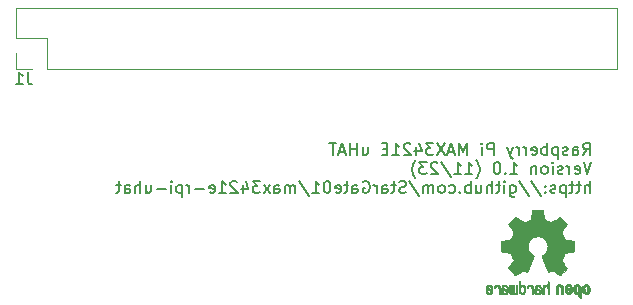
<source format=gbo>
G04 #@! TF.GenerationSoftware,KiCad,Pcbnew,7.0.7*
G04 #@! TF.CreationDate,2023-11-12T02:44:02+01:00*
G04 #@! TF.ProjectId,max3421e-rpi-uhat,6d617833-3432-4316-952d-7270692d7568,1*
G04 #@! TF.SameCoordinates,Original*
G04 #@! TF.FileFunction,Legend,Bot*
G04 #@! TF.FilePolarity,Positive*
%FSLAX46Y46*%
G04 Gerber Fmt 4.6, Leading zero omitted, Abs format (unit mm)*
G04 Created by KiCad (PCBNEW 7.0.7) date 2023-11-12 02:44:02*
%MOMM*%
%LPD*%
G01*
G04 APERTURE LIST*
%ADD10C,0.150000*%
%ADD11C,0.010000*%
%ADD12C,0.120000*%
G04 APERTURE END LIST*
D10*
X121591792Y-56399819D02*
X121925125Y-55923628D01*
X122163220Y-56399819D02*
X122163220Y-55399819D01*
X122163220Y-55399819D02*
X121782268Y-55399819D01*
X121782268Y-55399819D02*
X121687030Y-55447438D01*
X121687030Y-55447438D02*
X121639411Y-55495057D01*
X121639411Y-55495057D02*
X121591792Y-55590295D01*
X121591792Y-55590295D02*
X121591792Y-55733152D01*
X121591792Y-55733152D02*
X121639411Y-55828390D01*
X121639411Y-55828390D02*
X121687030Y-55876009D01*
X121687030Y-55876009D02*
X121782268Y-55923628D01*
X121782268Y-55923628D02*
X122163220Y-55923628D01*
X120734649Y-56399819D02*
X120734649Y-55876009D01*
X120734649Y-55876009D02*
X120782268Y-55780771D01*
X120782268Y-55780771D02*
X120877506Y-55733152D01*
X120877506Y-55733152D02*
X121067982Y-55733152D01*
X121067982Y-55733152D02*
X121163220Y-55780771D01*
X120734649Y-56352200D02*
X120829887Y-56399819D01*
X120829887Y-56399819D02*
X121067982Y-56399819D01*
X121067982Y-56399819D02*
X121163220Y-56352200D01*
X121163220Y-56352200D02*
X121210839Y-56256961D01*
X121210839Y-56256961D02*
X121210839Y-56161723D01*
X121210839Y-56161723D02*
X121163220Y-56066485D01*
X121163220Y-56066485D02*
X121067982Y-56018866D01*
X121067982Y-56018866D02*
X120829887Y-56018866D01*
X120829887Y-56018866D02*
X120734649Y-55971247D01*
X120306077Y-56352200D02*
X120210839Y-56399819D01*
X120210839Y-56399819D02*
X120020363Y-56399819D01*
X120020363Y-56399819D02*
X119925125Y-56352200D01*
X119925125Y-56352200D02*
X119877506Y-56256961D01*
X119877506Y-56256961D02*
X119877506Y-56209342D01*
X119877506Y-56209342D02*
X119925125Y-56114104D01*
X119925125Y-56114104D02*
X120020363Y-56066485D01*
X120020363Y-56066485D02*
X120163220Y-56066485D01*
X120163220Y-56066485D02*
X120258458Y-56018866D01*
X120258458Y-56018866D02*
X120306077Y-55923628D01*
X120306077Y-55923628D02*
X120306077Y-55876009D01*
X120306077Y-55876009D02*
X120258458Y-55780771D01*
X120258458Y-55780771D02*
X120163220Y-55733152D01*
X120163220Y-55733152D02*
X120020363Y-55733152D01*
X120020363Y-55733152D02*
X119925125Y-55780771D01*
X119448934Y-55733152D02*
X119448934Y-56733152D01*
X119448934Y-55780771D02*
X119353696Y-55733152D01*
X119353696Y-55733152D02*
X119163220Y-55733152D01*
X119163220Y-55733152D02*
X119067982Y-55780771D01*
X119067982Y-55780771D02*
X119020363Y-55828390D01*
X119020363Y-55828390D02*
X118972744Y-55923628D01*
X118972744Y-55923628D02*
X118972744Y-56209342D01*
X118972744Y-56209342D02*
X119020363Y-56304580D01*
X119020363Y-56304580D02*
X119067982Y-56352200D01*
X119067982Y-56352200D02*
X119163220Y-56399819D01*
X119163220Y-56399819D02*
X119353696Y-56399819D01*
X119353696Y-56399819D02*
X119448934Y-56352200D01*
X118544172Y-56399819D02*
X118544172Y-55399819D01*
X118544172Y-55780771D02*
X118448934Y-55733152D01*
X118448934Y-55733152D02*
X118258458Y-55733152D01*
X118258458Y-55733152D02*
X118163220Y-55780771D01*
X118163220Y-55780771D02*
X118115601Y-55828390D01*
X118115601Y-55828390D02*
X118067982Y-55923628D01*
X118067982Y-55923628D02*
X118067982Y-56209342D01*
X118067982Y-56209342D02*
X118115601Y-56304580D01*
X118115601Y-56304580D02*
X118163220Y-56352200D01*
X118163220Y-56352200D02*
X118258458Y-56399819D01*
X118258458Y-56399819D02*
X118448934Y-56399819D01*
X118448934Y-56399819D02*
X118544172Y-56352200D01*
X117258458Y-56352200D02*
X117353696Y-56399819D01*
X117353696Y-56399819D02*
X117544172Y-56399819D01*
X117544172Y-56399819D02*
X117639410Y-56352200D01*
X117639410Y-56352200D02*
X117687029Y-56256961D01*
X117687029Y-56256961D02*
X117687029Y-55876009D01*
X117687029Y-55876009D02*
X117639410Y-55780771D01*
X117639410Y-55780771D02*
X117544172Y-55733152D01*
X117544172Y-55733152D02*
X117353696Y-55733152D01*
X117353696Y-55733152D02*
X117258458Y-55780771D01*
X117258458Y-55780771D02*
X117210839Y-55876009D01*
X117210839Y-55876009D02*
X117210839Y-55971247D01*
X117210839Y-55971247D02*
X117687029Y-56066485D01*
X116782267Y-56399819D02*
X116782267Y-55733152D01*
X116782267Y-55923628D02*
X116734648Y-55828390D01*
X116734648Y-55828390D02*
X116687029Y-55780771D01*
X116687029Y-55780771D02*
X116591791Y-55733152D01*
X116591791Y-55733152D02*
X116496553Y-55733152D01*
X116163219Y-56399819D02*
X116163219Y-55733152D01*
X116163219Y-55923628D02*
X116115600Y-55828390D01*
X116115600Y-55828390D02*
X116067981Y-55780771D01*
X116067981Y-55780771D02*
X115972743Y-55733152D01*
X115972743Y-55733152D02*
X115877505Y-55733152D01*
X115639409Y-55733152D02*
X115401314Y-56399819D01*
X115163219Y-55733152D02*
X115401314Y-56399819D01*
X115401314Y-56399819D02*
X115496552Y-56637914D01*
X115496552Y-56637914D02*
X115544171Y-56685533D01*
X115544171Y-56685533D02*
X115639409Y-56733152D01*
X114020361Y-56399819D02*
X114020361Y-55399819D01*
X114020361Y-55399819D02*
X113639409Y-55399819D01*
X113639409Y-55399819D02*
X113544171Y-55447438D01*
X113544171Y-55447438D02*
X113496552Y-55495057D01*
X113496552Y-55495057D02*
X113448933Y-55590295D01*
X113448933Y-55590295D02*
X113448933Y-55733152D01*
X113448933Y-55733152D02*
X113496552Y-55828390D01*
X113496552Y-55828390D02*
X113544171Y-55876009D01*
X113544171Y-55876009D02*
X113639409Y-55923628D01*
X113639409Y-55923628D02*
X114020361Y-55923628D01*
X113020361Y-56399819D02*
X113020361Y-55733152D01*
X113020361Y-55399819D02*
X113067980Y-55447438D01*
X113067980Y-55447438D02*
X113020361Y-55495057D01*
X113020361Y-55495057D02*
X112972742Y-55447438D01*
X112972742Y-55447438D02*
X113020361Y-55399819D01*
X113020361Y-55399819D02*
X113020361Y-55495057D01*
X111782266Y-56399819D02*
X111782266Y-55399819D01*
X111782266Y-55399819D02*
X111448933Y-56114104D01*
X111448933Y-56114104D02*
X111115600Y-55399819D01*
X111115600Y-55399819D02*
X111115600Y-56399819D01*
X110687028Y-56114104D02*
X110210838Y-56114104D01*
X110782266Y-56399819D02*
X110448933Y-55399819D01*
X110448933Y-55399819D02*
X110115600Y-56399819D01*
X109877504Y-55399819D02*
X109210838Y-56399819D01*
X109210838Y-55399819D02*
X109877504Y-56399819D01*
X108925123Y-55399819D02*
X108306076Y-55399819D01*
X108306076Y-55399819D02*
X108639409Y-55780771D01*
X108639409Y-55780771D02*
X108496552Y-55780771D01*
X108496552Y-55780771D02*
X108401314Y-55828390D01*
X108401314Y-55828390D02*
X108353695Y-55876009D01*
X108353695Y-55876009D02*
X108306076Y-55971247D01*
X108306076Y-55971247D02*
X108306076Y-56209342D01*
X108306076Y-56209342D02*
X108353695Y-56304580D01*
X108353695Y-56304580D02*
X108401314Y-56352200D01*
X108401314Y-56352200D02*
X108496552Y-56399819D01*
X108496552Y-56399819D02*
X108782266Y-56399819D01*
X108782266Y-56399819D02*
X108877504Y-56352200D01*
X108877504Y-56352200D02*
X108925123Y-56304580D01*
X107448933Y-55733152D02*
X107448933Y-56399819D01*
X107687028Y-55352200D02*
X107925123Y-56066485D01*
X107925123Y-56066485D02*
X107306076Y-56066485D01*
X106972742Y-55495057D02*
X106925123Y-55447438D01*
X106925123Y-55447438D02*
X106829885Y-55399819D01*
X106829885Y-55399819D02*
X106591790Y-55399819D01*
X106591790Y-55399819D02*
X106496552Y-55447438D01*
X106496552Y-55447438D02*
X106448933Y-55495057D01*
X106448933Y-55495057D02*
X106401314Y-55590295D01*
X106401314Y-55590295D02*
X106401314Y-55685533D01*
X106401314Y-55685533D02*
X106448933Y-55828390D01*
X106448933Y-55828390D02*
X107020361Y-56399819D01*
X107020361Y-56399819D02*
X106401314Y-56399819D01*
X105448933Y-56399819D02*
X106020361Y-56399819D01*
X105734647Y-56399819D02*
X105734647Y-55399819D01*
X105734647Y-55399819D02*
X105829885Y-55542676D01*
X105829885Y-55542676D02*
X105925123Y-55637914D01*
X105925123Y-55637914D02*
X106020361Y-55685533D01*
X105020361Y-55876009D02*
X104687028Y-55876009D01*
X104544171Y-56399819D02*
X105020361Y-56399819D01*
X105020361Y-56399819D02*
X105020361Y-55399819D01*
X105020361Y-55399819D02*
X104544171Y-55399819D01*
X102925123Y-55733152D02*
X102925123Y-56399819D01*
X103353694Y-55733152D02*
X103353694Y-56256961D01*
X103353694Y-56256961D02*
X103306075Y-56352200D01*
X103306075Y-56352200D02*
X103210837Y-56399819D01*
X103210837Y-56399819D02*
X103067980Y-56399819D01*
X103067980Y-56399819D02*
X102972742Y-56352200D01*
X102972742Y-56352200D02*
X102925123Y-56304580D01*
X102448932Y-56399819D02*
X102448932Y-55399819D01*
X102448932Y-55876009D02*
X101877504Y-55876009D01*
X101877504Y-56399819D02*
X101877504Y-55399819D01*
X101448932Y-56114104D02*
X100972742Y-56114104D01*
X101544170Y-56399819D02*
X101210837Y-55399819D01*
X101210837Y-55399819D02*
X100877504Y-56399819D01*
X100687027Y-55399819D02*
X100115599Y-55399819D01*
X100401313Y-56399819D02*
X100401313Y-55399819D01*
X122306077Y-57009819D02*
X121972744Y-58009819D01*
X121972744Y-58009819D02*
X121639411Y-57009819D01*
X120925125Y-57962200D02*
X121020363Y-58009819D01*
X121020363Y-58009819D02*
X121210839Y-58009819D01*
X121210839Y-58009819D02*
X121306077Y-57962200D01*
X121306077Y-57962200D02*
X121353696Y-57866961D01*
X121353696Y-57866961D02*
X121353696Y-57486009D01*
X121353696Y-57486009D02*
X121306077Y-57390771D01*
X121306077Y-57390771D02*
X121210839Y-57343152D01*
X121210839Y-57343152D02*
X121020363Y-57343152D01*
X121020363Y-57343152D02*
X120925125Y-57390771D01*
X120925125Y-57390771D02*
X120877506Y-57486009D01*
X120877506Y-57486009D02*
X120877506Y-57581247D01*
X120877506Y-57581247D02*
X121353696Y-57676485D01*
X120448934Y-58009819D02*
X120448934Y-57343152D01*
X120448934Y-57533628D02*
X120401315Y-57438390D01*
X120401315Y-57438390D02*
X120353696Y-57390771D01*
X120353696Y-57390771D02*
X120258458Y-57343152D01*
X120258458Y-57343152D02*
X120163220Y-57343152D01*
X119877505Y-57962200D02*
X119782267Y-58009819D01*
X119782267Y-58009819D02*
X119591791Y-58009819D01*
X119591791Y-58009819D02*
X119496553Y-57962200D01*
X119496553Y-57962200D02*
X119448934Y-57866961D01*
X119448934Y-57866961D02*
X119448934Y-57819342D01*
X119448934Y-57819342D02*
X119496553Y-57724104D01*
X119496553Y-57724104D02*
X119591791Y-57676485D01*
X119591791Y-57676485D02*
X119734648Y-57676485D01*
X119734648Y-57676485D02*
X119829886Y-57628866D01*
X119829886Y-57628866D02*
X119877505Y-57533628D01*
X119877505Y-57533628D02*
X119877505Y-57486009D01*
X119877505Y-57486009D02*
X119829886Y-57390771D01*
X119829886Y-57390771D02*
X119734648Y-57343152D01*
X119734648Y-57343152D02*
X119591791Y-57343152D01*
X119591791Y-57343152D02*
X119496553Y-57390771D01*
X119020362Y-58009819D02*
X119020362Y-57343152D01*
X119020362Y-57009819D02*
X119067981Y-57057438D01*
X119067981Y-57057438D02*
X119020362Y-57105057D01*
X119020362Y-57105057D02*
X118972743Y-57057438D01*
X118972743Y-57057438D02*
X119020362Y-57009819D01*
X119020362Y-57009819D02*
X119020362Y-57105057D01*
X118401315Y-58009819D02*
X118496553Y-57962200D01*
X118496553Y-57962200D02*
X118544172Y-57914580D01*
X118544172Y-57914580D02*
X118591791Y-57819342D01*
X118591791Y-57819342D02*
X118591791Y-57533628D01*
X118591791Y-57533628D02*
X118544172Y-57438390D01*
X118544172Y-57438390D02*
X118496553Y-57390771D01*
X118496553Y-57390771D02*
X118401315Y-57343152D01*
X118401315Y-57343152D02*
X118258458Y-57343152D01*
X118258458Y-57343152D02*
X118163220Y-57390771D01*
X118163220Y-57390771D02*
X118115601Y-57438390D01*
X118115601Y-57438390D02*
X118067982Y-57533628D01*
X118067982Y-57533628D02*
X118067982Y-57819342D01*
X118067982Y-57819342D02*
X118115601Y-57914580D01*
X118115601Y-57914580D02*
X118163220Y-57962200D01*
X118163220Y-57962200D02*
X118258458Y-58009819D01*
X118258458Y-58009819D02*
X118401315Y-58009819D01*
X117639410Y-57343152D02*
X117639410Y-58009819D01*
X117639410Y-57438390D02*
X117591791Y-57390771D01*
X117591791Y-57390771D02*
X117496553Y-57343152D01*
X117496553Y-57343152D02*
X117353696Y-57343152D01*
X117353696Y-57343152D02*
X117258458Y-57390771D01*
X117258458Y-57390771D02*
X117210839Y-57486009D01*
X117210839Y-57486009D02*
X117210839Y-58009819D01*
X115448934Y-58009819D02*
X116020362Y-58009819D01*
X115734648Y-58009819D02*
X115734648Y-57009819D01*
X115734648Y-57009819D02*
X115829886Y-57152676D01*
X115829886Y-57152676D02*
X115925124Y-57247914D01*
X115925124Y-57247914D02*
X116020362Y-57295533D01*
X115020362Y-57914580D02*
X114972743Y-57962200D01*
X114972743Y-57962200D02*
X115020362Y-58009819D01*
X115020362Y-58009819D02*
X115067981Y-57962200D01*
X115067981Y-57962200D02*
X115020362Y-57914580D01*
X115020362Y-57914580D02*
X115020362Y-58009819D01*
X114353696Y-57009819D02*
X114258458Y-57009819D01*
X114258458Y-57009819D02*
X114163220Y-57057438D01*
X114163220Y-57057438D02*
X114115601Y-57105057D01*
X114115601Y-57105057D02*
X114067982Y-57200295D01*
X114067982Y-57200295D02*
X114020363Y-57390771D01*
X114020363Y-57390771D02*
X114020363Y-57628866D01*
X114020363Y-57628866D02*
X114067982Y-57819342D01*
X114067982Y-57819342D02*
X114115601Y-57914580D01*
X114115601Y-57914580D02*
X114163220Y-57962200D01*
X114163220Y-57962200D02*
X114258458Y-58009819D01*
X114258458Y-58009819D02*
X114353696Y-58009819D01*
X114353696Y-58009819D02*
X114448934Y-57962200D01*
X114448934Y-57962200D02*
X114496553Y-57914580D01*
X114496553Y-57914580D02*
X114544172Y-57819342D01*
X114544172Y-57819342D02*
X114591791Y-57628866D01*
X114591791Y-57628866D02*
X114591791Y-57390771D01*
X114591791Y-57390771D02*
X114544172Y-57200295D01*
X114544172Y-57200295D02*
X114496553Y-57105057D01*
X114496553Y-57105057D02*
X114448934Y-57057438D01*
X114448934Y-57057438D02*
X114353696Y-57009819D01*
X112544172Y-58390771D02*
X112591791Y-58343152D01*
X112591791Y-58343152D02*
X112687029Y-58200295D01*
X112687029Y-58200295D02*
X112734648Y-58105057D01*
X112734648Y-58105057D02*
X112782267Y-57962200D01*
X112782267Y-57962200D02*
X112829886Y-57724104D01*
X112829886Y-57724104D02*
X112829886Y-57533628D01*
X112829886Y-57533628D02*
X112782267Y-57295533D01*
X112782267Y-57295533D02*
X112734648Y-57152676D01*
X112734648Y-57152676D02*
X112687029Y-57057438D01*
X112687029Y-57057438D02*
X112591791Y-56914580D01*
X112591791Y-56914580D02*
X112544172Y-56866961D01*
X111639410Y-58009819D02*
X112210838Y-58009819D01*
X111925124Y-58009819D02*
X111925124Y-57009819D01*
X111925124Y-57009819D02*
X112020362Y-57152676D01*
X112020362Y-57152676D02*
X112115600Y-57247914D01*
X112115600Y-57247914D02*
X112210838Y-57295533D01*
X110687029Y-58009819D02*
X111258457Y-58009819D01*
X110972743Y-58009819D02*
X110972743Y-57009819D01*
X110972743Y-57009819D02*
X111067981Y-57152676D01*
X111067981Y-57152676D02*
X111163219Y-57247914D01*
X111163219Y-57247914D02*
X111258457Y-57295533D01*
X109544172Y-56962200D02*
X110401314Y-58247914D01*
X109258457Y-57105057D02*
X109210838Y-57057438D01*
X109210838Y-57057438D02*
X109115600Y-57009819D01*
X109115600Y-57009819D02*
X108877505Y-57009819D01*
X108877505Y-57009819D02*
X108782267Y-57057438D01*
X108782267Y-57057438D02*
X108734648Y-57105057D01*
X108734648Y-57105057D02*
X108687029Y-57200295D01*
X108687029Y-57200295D02*
X108687029Y-57295533D01*
X108687029Y-57295533D02*
X108734648Y-57438390D01*
X108734648Y-57438390D02*
X109306076Y-58009819D01*
X109306076Y-58009819D02*
X108687029Y-58009819D01*
X108353695Y-57009819D02*
X107734648Y-57009819D01*
X107734648Y-57009819D02*
X108067981Y-57390771D01*
X108067981Y-57390771D02*
X107925124Y-57390771D01*
X107925124Y-57390771D02*
X107829886Y-57438390D01*
X107829886Y-57438390D02*
X107782267Y-57486009D01*
X107782267Y-57486009D02*
X107734648Y-57581247D01*
X107734648Y-57581247D02*
X107734648Y-57819342D01*
X107734648Y-57819342D02*
X107782267Y-57914580D01*
X107782267Y-57914580D02*
X107829886Y-57962200D01*
X107829886Y-57962200D02*
X107925124Y-58009819D01*
X107925124Y-58009819D02*
X108210838Y-58009819D01*
X108210838Y-58009819D02*
X108306076Y-57962200D01*
X108306076Y-57962200D02*
X108353695Y-57914580D01*
X107401314Y-58390771D02*
X107353695Y-58343152D01*
X107353695Y-58343152D02*
X107258457Y-58200295D01*
X107258457Y-58200295D02*
X107210838Y-58105057D01*
X107210838Y-58105057D02*
X107163219Y-57962200D01*
X107163219Y-57962200D02*
X107115600Y-57724104D01*
X107115600Y-57724104D02*
X107115600Y-57533628D01*
X107115600Y-57533628D02*
X107163219Y-57295533D01*
X107163219Y-57295533D02*
X107210838Y-57152676D01*
X107210838Y-57152676D02*
X107258457Y-57057438D01*
X107258457Y-57057438D02*
X107353695Y-56914580D01*
X107353695Y-56914580D02*
X107401314Y-56866961D01*
X122163220Y-59619819D02*
X122163220Y-58619819D01*
X121734649Y-59619819D02*
X121734649Y-59096009D01*
X121734649Y-59096009D02*
X121782268Y-59000771D01*
X121782268Y-59000771D02*
X121877506Y-58953152D01*
X121877506Y-58953152D02*
X122020363Y-58953152D01*
X122020363Y-58953152D02*
X122115601Y-59000771D01*
X122115601Y-59000771D02*
X122163220Y-59048390D01*
X121401315Y-58953152D02*
X121020363Y-58953152D01*
X121258458Y-58619819D02*
X121258458Y-59476961D01*
X121258458Y-59476961D02*
X121210839Y-59572200D01*
X121210839Y-59572200D02*
X121115601Y-59619819D01*
X121115601Y-59619819D02*
X121020363Y-59619819D01*
X120829886Y-58953152D02*
X120448934Y-58953152D01*
X120687029Y-58619819D02*
X120687029Y-59476961D01*
X120687029Y-59476961D02*
X120639410Y-59572200D01*
X120639410Y-59572200D02*
X120544172Y-59619819D01*
X120544172Y-59619819D02*
X120448934Y-59619819D01*
X120115600Y-58953152D02*
X120115600Y-59953152D01*
X120115600Y-59000771D02*
X120020362Y-58953152D01*
X120020362Y-58953152D02*
X119829886Y-58953152D01*
X119829886Y-58953152D02*
X119734648Y-59000771D01*
X119734648Y-59000771D02*
X119687029Y-59048390D01*
X119687029Y-59048390D02*
X119639410Y-59143628D01*
X119639410Y-59143628D02*
X119639410Y-59429342D01*
X119639410Y-59429342D02*
X119687029Y-59524580D01*
X119687029Y-59524580D02*
X119734648Y-59572200D01*
X119734648Y-59572200D02*
X119829886Y-59619819D01*
X119829886Y-59619819D02*
X120020362Y-59619819D01*
X120020362Y-59619819D02*
X120115600Y-59572200D01*
X119258457Y-59572200D02*
X119163219Y-59619819D01*
X119163219Y-59619819D02*
X118972743Y-59619819D01*
X118972743Y-59619819D02*
X118877505Y-59572200D01*
X118877505Y-59572200D02*
X118829886Y-59476961D01*
X118829886Y-59476961D02*
X118829886Y-59429342D01*
X118829886Y-59429342D02*
X118877505Y-59334104D01*
X118877505Y-59334104D02*
X118972743Y-59286485D01*
X118972743Y-59286485D02*
X119115600Y-59286485D01*
X119115600Y-59286485D02*
X119210838Y-59238866D01*
X119210838Y-59238866D02*
X119258457Y-59143628D01*
X119258457Y-59143628D02*
X119258457Y-59096009D01*
X119258457Y-59096009D02*
X119210838Y-59000771D01*
X119210838Y-59000771D02*
X119115600Y-58953152D01*
X119115600Y-58953152D02*
X118972743Y-58953152D01*
X118972743Y-58953152D02*
X118877505Y-59000771D01*
X118401314Y-59524580D02*
X118353695Y-59572200D01*
X118353695Y-59572200D02*
X118401314Y-59619819D01*
X118401314Y-59619819D02*
X118448933Y-59572200D01*
X118448933Y-59572200D02*
X118401314Y-59524580D01*
X118401314Y-59524580D02*
X118401314Y-59619819D01*
X118401314Y-59000771D02*
X118353695Y-59048390D01*
X118353695Y-59048390D02*
X118401314Y-59096009D01*
X118401314Y-59096009D02*
X118448933Y-59048390D01*
X118448933Y-59048390D02*
X118401314Y-59000771D01*
X118401314Y-59000771D02*
X118401314Y-59096009D01*
X117210839Y-58572200D02*
X118067981Y-59857914D01*
X116163220Y-58572200D02*
X117020362Y-59857914D01*
X115401315Y-58953152D02*
X115401315Y-59762676D01*
X115401315Y-59762676D02*
X115448934Y-59857914D01*
X115448934Y-59857914D02*
X115496553Y-59905533D01*
X115496553Y-59905533D02*
X115591791Y-59953152D01*
X115591791Y-59953152D02*
X115734648Y-59953152D01*
X115734648Y-59953152D02*
X115829886Y-59905533D01*
X115401315Y-59572200D02*
X115496553Y-59619819D01*
X115496553Y-59619819D02*
X115687029Y-59619819D01*
X115687029Y-59619819D02*
X115782267Y-59572200D01*
X115782267Y-59572200D02*
X115829886Y-59524580D01*
X115829886Y-59524580D02*
X115877505Y-59429342D01*
X115877505Y-59429342D02*
X115877505Y-59143628D01*
X115877505Y-59143628D02*
X115829886Y-59048390D01*
X115829886Y-59048390D02*
X115782267Y-59000771D01*
X115782267Y-59000771D02*
X115687029Y-58953152D01*
X115687029Y-58953152D02*
X115496553Y-58953152D01*
X115496553Y-58953152D02*
X115401315Y-59000771D01*
X114925124Y-59619819D02*
X114925124Y-58953152D01*
X114925124Y-58619819D02*
X114972743Y-58667438D01*
X114972743Y-58667438D02*
X114925124Y-58715057D01*
X114925124Y-58715057D02*
X114877505Y-58667438D01*
X114877505Y-58667438D02*
X114925124Y-58619819D01*
X114925124Y-58619819D02*
X114925124Y-58715057D01*
X114591791Y-58953152D02*
X114210839Y-58953152D01*
X114448934Y-58619819D02*
X114448934Y-59476961D01*
X114448934Y-59476961D02*
X114401315Y-59572200D01*
X114401315Y-59572200D02*
X114306077Y-59619819D01*
X114306077Y-59619819D02*
X114210839Y-59619819D01*
X113877505Y-59619819D02*
X113877505Y-58619819D01*
X113448934Y-59619819D02*
X113448934Y-59096009D01*
X113448934Y-59096009D02*
X113496553Y-59000771D01*
X113496553Y-59000771D02*
X113591791Y-58953152D01*
X113591791Y-58953152D02*
X113734648Y-58953152D01*
X113734648Y-58953152D02*
X113829886Y-59000771D01*
X113829886Y-59000771D02*
X113877505Y-59048390D01*
X112544172Y-58953152D02*
X112544172Y-59619819D01*
X112972743Y-58953152D02*
X112972743Y-59476961D01*
X112972743Y-59476961D02*
X112925124Y-59572200D01*
X112925124Y-59572200D02*
X112829886Y-59619819D01*
X112829886Y-59619819D02*
X112687029Y-59619819D01*
X112687029Y-59619819D02*
X112591791Y-59572200D01*
X112591791Y-59572200D02*
X112544172Y-59524580D01*
X112067981Y-59619819D02*
X112067981Y-58619819D01*
X112067981Y-59000771D02*
X111972743Y-58953152D01*
X111972743Y-58953152D02*
X111782267Y-58953152D01*
X111782267Y-58953152D02*
X111687029Y-59000771D01*
X111687029Y-59000771D02*
X111639410Y-59048390D01*
X111639410Y-59048390D02*
X111591791Y-59143628D01*
X111591791Y-59143628D02*
X111591791Y-59429342D01*
X111591791Y-59429342D02*
X111639410Y-59524580D01*
X111639410Y-59524580D02*
X111687029Y-59572200D01*
X111687029Y-59572200D02*
X111782267Y-59619819D01*
X111782267Y-59619819D02*
X111972743Y-59619819D01*
X111972743Y-59619819D02*
X112067981Y-59572200D01*
X111163219Y-59524580D02*
X111115600Y-59572200D01*
X111115600Y-59572200D02*
X111163219Y-59619819D01*
X111163219Y-59619819D02*
X111210838Y-59572200D01*
X111210838Y-59572200D02*
X111163219Y-59524580D01*
X111163219Y-59524580D02*
X111163219Y-59619819D01*
X110258458Y-59572200D02*
X110353696Y-59619819D01*
X110353696Y-59619819D02*
X110544172Y-59619819D01*
X110544172Y-59619819D02*
X110639410Y-59572200D01*
X110639410Y-59572200D02*
X110687029Y-59524580D01*
X110687029Y-59524580D02*
X110734648Y-59429342D01*
X110734648Y-59429342D02*
X110734648Y-59143628D01*
X110734648Y-59143628D02*
X110687029Y-59048390D01*
X110687029Y-59048390D02*
X110639410Y-59000771D01*
X110639410Y-59000771D02*
X110544172Y-58953152D01*
X110544172Y-58953152D02*
X110353696Y-58953152D01*
X110353696Y-58953152D02*
X110258458Y-59000771D01*
X109687029Y-59619819D02*
X109782267Y-59572200D01*
X109782267Y-59572200D02*
X109829886Y-59524580D01*
X109829886Y-59524580D02*
X109877505Y-59429342D01*
X109877505Y-59429342D02*
X109877505Y-59143628D01*
X109877505Y-59143628D02*
X109829886Y-59048390D01*
X109829886Y-59048390D02*
X109782267Y-59000771D01*
X109782267Y-59000771D02*
X109687029Y-58953152D01*
X109687029Y-58953152D02*
X109544172Y-58953152D01*
X109544172Y-58953152D02*
X109448934Y-59000771D01*
X109448934Y-59000771D02*
X109401315Y-59048390D01*
X109401315Y-59048390D02*
X109353696Y-59143628D01*
X109353696Y-59143628D02*
X109353696Y-59429342D01*
X109353696Y-59429342D02*
X109401315Y-59524580D01*
X109401315Y-59524580D02*
X109448934Y-59572200D01*
X109448934Y-59572200D02*
X109544172Y-59619819D01*
X109544172Y-59619819D02*
X109687029Y-59619819D01*
X108925124Y-59619819D02*
X108925124Y-58953152D01*
X108925124Y-59048390D02*
X108877505Y-59000771D01*
X108877505Y-59000771D02*
X108782267Y-58953152D01*
X108782267Y-58953152D02*
X108639410Y-58953152D01*
X108639410Y-58953152D02*
X108544172Y-59000771D01*
X108544172Y-59000771D02*
X108496553Y-59096009D01*
X108496553Y-59096009D02*
X108496553Y-59619819D01*
X108496553Y-59096009D02*
X108448934Y-59000771D01*
X108448934Y-59000771D02*
X108353696Y-58953152D01*
X108353696Y-58953152D02*
X108210839Y-58953152D01*
X108210839Y-58953152D02*
X108115600Y-59000771D01*
X108115600Y-59000771D02*
X108067981Y-59096009D01*
X108067981Y-59096009D02*
X108067981Y-59619819D01*
X106877506Y-58572200D02*
X107734648Y-59857914D01*
X106591791Y-59572200D02*
X106448934Y-59619819D01*
X106448934Y-59619819D02*
X106210839Y-59619819D01*
X106210839Y-59619819D02*
X106115601Y-59572200D01*
X106115601Y-59572200D02*
X106067982Y-59524580D01*
X106067982Y-59524580D02*
X106020363Y-59429342D01*
X106020363Y-59429342D02*
X106020363Y-59334104D01*
X106020363Y-59334104D02*
X106067982Y-59238866D01*
X106067982Y-59238866D02*
X106115601Y-59191247D01*
X106115601Y-59191247D02*
X106210839Y-59143628D01*
X106210839Y-59143628D02*
X106401315Y-59096009D01*
X106401315Y-59096009D02*
X106496553Y-59048390D01*
X106496553Y-59048390D02*
X106544172Y-59000771D01*
X106544172Y-59000771D02*
X106591791Y-58905533D01*
X106591791Y-58905533D02*
X106591791Y-58810295D01*
X106591791Y-58810295D02*
X106544172Y-58715057D01*
X106544172Y-58715057D02*
X106496553Y-58667438D01*
X106496553Y-58667438D02*
X106401315Y-58619819D01*
X106401315Y-58619819D02*
X106163220Y-58619819D01*
X106163220Y-58619819D02*
X106020363Y-58667438D01*
X105734648Y-58953152D02*
X105353696Y-58953152D01*
X105591791Y-58619819D02*
X105591791Y-59476961D01*
X105591791Y-59476961D02*
X105544172Y-59572200D01*
X105544172Y-59572200D02*
X105448934Y-59619819D01*
X105448934Y-59619819D02*
X105353696Y-59619819D01*
X104591791Y-59619819D02*
X104591791Y-59096009D01*
X104591791Y-59096009D02*
X104639410Y-59000771D01*
X104639410Y-59000771D02*
X104734648Y-58953152D01*
X104734648Y-58953152D02*
X104925124Y-58953152D01*
X104925124Y-58953152D02*
X105020362Y-59000771D01*
X104591791Y-59572200D02*
X104687029Y-59619819D01*
X104687029Y-59619819D02*
X104925124Y-59619819D01*
X104925124Y-59619819D02*
X105020362Y-59572200D01*
X105020362Y-59572200D02*
X105067981Y-59476961D01*
X105067981Y-59476961D02*
X105067981Y-59381723D01*
X105067981Y-59381723D02*
X105020362Y-59286485D01*
X105020362Y-59286485D02*
X104925124Y-59238866D01*
X104925124Y-59238866D02*
X104687029Y-59238866D01*
X104687029Y-59238866D02*
X104591791Y-59191247D01*
X104115600Y-59619819D02*
X104115600Y-58953152D01*
X104115600Y-59143628D02*
X104067981Y-59048390D01*
X104067981Y-59048390D02*
X104020362Y-59000771D01*
X104020362Y-59000771D02*
X103925124Y-58953152D01*
X103925124Y-58953152D02*
X103829886Y-58953152D01*
X102972743Y-58667438D02*
X103067981Y-58619819D01*
X103067981Y-58619819D02*
X103210838Y-58619819D01*
X103210838Y-58619819D02*
X103353695Y-58667438D01*
X103353695Y-58667438D02*
X103448933Y-58762676D01*
X103448933Y-58762676D02*
X103496552Y-58857914D01*
X103496552Y-58857914D02*
X103544171Y-59048390D01*
X103544171Y-59048390D02*
X103544171Y-59191247D01*
X103544171Y-59191247D02*
X103496552Y-59381723D01*
X103496552Y-59381723D02*
X103448933Y-59476961D01*
X103448933Y-59476961D02*
X103353695Y-59572200D01*
X103353695Y-59572200D02*
X103210838Y-59619819D01*
X103210838Y-59619819D02*
X103115600Y-59619819D01*
X103115600Y-59619819D02*
X102972743Y-59572200D01*
X102972743Y-59572200D02*
X102925124Y-59524580D01*
X102925124Y-59524580D02*
X102925124Y-59191247D01*
X102925124Y-59191247D02*
X103115600Y-59191247D01*
X102067981Y-59619819D02*
X102067981Y-59096009D01*
X102067981Y-59096009D02*
X102115600Y-59000771D01*
X102115600Y-59000771D02*
X102210838Y-58953152D01*
X102210838Y-58953152D02*
X102401314Y-58953152D01*
X102401314Y-58953152D02*
X102496552Y-59000771D01*
X102067981Y-59572200D02*
X102163219Y-59619819D01*
X102163219Y-59619819D02*
X102401314Y-59619819D01*
X102401314Y-59619819D02*
X102496552Y-59572200D01*
X102496552Y-59572200D02*
X102544171Y-59476961D01*
X102544171Y-59476961D02*
X102544171Y-59381723D01*
X102544171Y-59381723D02*
X102496552Y-59286485D01*
X102496552Y-59286485D02*
X102401314Y-59238866D01*
X102401314Y-59238866D02*
X102163219Y-59238866D01*
X102163219Y-59238866D02*
X102067981Y-59191247D01*
X101734647Y-58953152D02*
X101353695Y-58953152D01*
X101591790Y-58619819D02*
X101591790Y-59476961D01*
X101591790Y-59476961D02*
X101544171Y-59572200D01*
X101544171Y-59572200D02*
X101448933Y-59619819D01*
X101448933Y-59619819D02*
X101353695Y-59619819D01*
X100639409Y-59572200D02*
X100734647Y-59619819D01*
X100734647Y-59619819D02*
X100925123Y-59619819D01*
X100925123Y-59619819D02*
X101020361Y-59572200D01*
X101020361Y-59572200D02*
X101067980Y-59476961D01*
X101067980Y-59476961D02*
X101067980Y-59096009D01*
X101067980Y-59096009D02*
X101020361Y-59000771D01*
X101020361Y-59000771D02*
X100925123Y-58953152D01*
X100925123Y-58953152D02*
X100734647Y-58953152D01*
X100734647Y-58953152D02*
X100639409Y-59000771D01*
X100639409Y-59000771D02*
X100591790Y-59096009D01*
X100591790Y-59096009D02*
X100591790Y-59191247D01*
X100591790Y-59191247D02*
X101067980Y-59286485D01*
X99972742Y-58619819D02*
X99877504Y-58619819D01*
X99877504Y-58619819D02*
X99782266Y-58667438D01*
X99782266Y-58667438D02*
X99734647Y-58715057D01*
X99734647Y-58715057D02*
X99687028Y-58810295D01*
X99687028Y-58810295D02*
X99639409Y-59000771D01*
X99639409Y-59000771D02*
X99639409Y-59238866D01*
X99639409Y-59238866D02*
X99687028Y-59429342D01*
X99687028Y-59429342D02*
X99734647Y-59524580D01*
X99734647Y-59524580D02*
X99782266Y-59572200D01*
X99782266Y-59572200D02*
X99877504Y-59619819D01*
X99877504Y-59619819D02*
X99972742Y-59619819D01*
X99972742Y-59619819D02*
X100067980Y-59572200D01*
X100067980Y-59572200D02*
X100115599Y-59524580D01*
X100115599Y-59524580D02*
X100163218Y-59429342D01*
X100163218Y-59429342D02*
X100210837Y-59238866D01*
X100210837Y-59238866D02*
X100210837Y-59000771D01*
X100210837Y-59000771D02*
X100163218Y-58810295D01*
X100163218Y-58810295D02*
X100115599Y-58715057D01*
X100115599Y-58715057D02*
X100067980Y-58667438D01*
X100067980Y-58667438D02*
X99972742Y-58619819D01*
X98687028Y-59619819D02*
X99258456Y-59619819D01*
X98972742Y-59619819D02*
X98972742Y-58619819D01*
X98972742Y-58619819D02*
X99067980Y-58762676D01*
X99067980Y-58762676D02*
X99163218Y-58857914D01*
X99163218Y-58857914D02*
X99258456Y-58905533D01*
X97544171Y-58572200D02*
X98401313Y-59857914D01*
X97210837Y-59619819D02*
X97210837Y-58953152D01*
X97210837Y-59048390D02*
X97163218Y-59000771D01*
X97163218Y-59000771D02*
X97067980Y-58953152D01*
X97067980Y-58953152D02*
X96925123Y-58953152D01*
X96925123Y-58953152D02*
X96829885Y-59000771D01*
X96829885Y-59000771D02*
X96782266Y-59096009D01*
X96782266Y-59096009D02*
X96782266Y-59619819D01*
X96782266Y-59096009D02*
X96734647Y-59000771D01*
X96734647Y-59000771D02*
X96639409Y-58953152D01*
X96639409Y-58953152D02*
X96496552Y-58953152D01*
X96496552Y-58953152D02*
X96401313Y-59000771D01*
X96401313Y-59000771D02*
X96353694Y-59096009D01*
X96353694Y-59096009D02*
X96353694Y-59619819D01*
X95448933Y-59619819D02*
X95448933Y-59096009D01*
X95448933Y-59096009D02*
X95496552Y-59000771D01*
X95496552Y-59000771D02*
X95591790Y-58953152D01*
X95591790Y-58953152D02*
X95782266Y-58953152D01*
X95782266Y-58953152D02*
X95877504Y-59000771D01*
X95448933Y-59572200D02*
X95544171Y-59619819D01*
X95544171Y-59619819D02*
X95782266Y-59619819D01*
X95782266Y-59619819D02*
X95877504Y-59572200D01*
X95877504Y-59572200D02*
X95925123Y-59476961D01*
X95925123Y-59476961D02*
X95925123Y-59381723D01*
X95925123Y-59381723D02*
X95877504Y-59286485D01*
X95877504Y-59286485D02*
X95782266Y-59238866D01*
X95782266Y-59238866D02*
X95544171Y-59238866D01*
X95544171Y-59238866D02*
X95448933Y-59191247D01*
X95067980Y-59619819D02*
X94544171Y-58953152D01*
X95067980Y-58953152D02*
X94544171Y-59619819D01*
X94258456Y-58619819D02*
X93639409Y-58619819D01*
X93639409Y-58619819D02*
X93972742Y-59000771D01*
X93972742Y-59000771D02*
X93829885Y-59000771D01*
X93829885Y-59000771D02*
X93734647Y-59048390D01*
X93734647Y-59048390D02*
X93687028Y-59096009D01*
X93687028Y-59096009D02*
X93639409Y-59191247D01*
X93639409Y-59191247D02*
X93639409Y-59429342D01*
X93639409Y-59429342D02*
X93687028Y-59524580D01*
X93687028Y-59524580D02*
X93734647Y-59572200D01*
X93734647Y-59572200D02*
X93829885Y-59619819D01*
X93829885Y-59619819D02*
X94115599Y-59619819D01*
X94115599Y-59619819D02*
X94210837Y-59572200D01*
X94210837Y-59572200D02*
X94258456Y-59524580D01*
X92782266Y-58953152D02*
X92782266Y-59619819D01*
X93020361Y-58572200D02*
X93258456Y-59286485D01*
X93258456Y-59286485D02*
X92639409Y-59286485D01*
X92306075Y-58715057D02*
X92258456Y-58667438D01*
X92258456Y-58667438D02*
X92163218Y-58619819D01*
X92163218Y-58619819D02*
X91925123Y-58619819D01*
X91925123Y-58619819D02*
X91829885Y-58667438D01*
X91829885Y-58667438D02*
X91782266Y-58715057D01*
X91782266Y-58715057D02*
X91734647Y-58810295D01*
X91734647Y-58810295D02*
X91734647Y-58905533D01*
X91734647Y-58905533D02*
X91782266Y-59048390D01*
X91782266Y-59048390D02*
X92353694Y-59619819D01*
X92353694Y-59619819D02*
X91734647Y-59619819D01*
X90782266Y-59619819D02*
X91353694Y-59619819D01*
X91067980Y-59619819D02*
X91067980Y-58619819D01*
X91067980Y-58619819D02*
X91163218Y-58762676D01*
X91163218Y-58762676D02*
X91258456Y-58857914D01*
X91258456Y-58857914D02*
X91353694Y-58905533D01*
X89972742Y-59572200D02*
X90067980Y-59619819D01*
X90067980Y-59619819D02*
X90258456Y-59619819D01*
X90258456Y-59619819D02*
X90353694Y-59572200D01*
X90353694Y-59572200D02*
X90401313Y-59476961D01*
X90401313Y-59476961D02*
X90401313Y-59096009D01*
X90401313Y-59096009D02*
X90353694Y-59000771D01*
X90353694Y-59000771D02*
X90258456Y-58953152D01*
X90258456Y-58953152D02*
X90067980Y-58953152D01*
X90067980Y-58953152D02*
X89972742Y-59000771D01*
X89972742Y-59000771D02*
X89925123Y-59096009D01*
X89925123Y-59096009D02*
X89925123Y-59191247D01*
X89925123Y-59191247D02*
X90401313Y-59286485D01*
X89496551Y-59238866D02*
X88734647Y-59238866D01*
X88258456Y-59619819D02*
X88258456Y-58953152D01*
X88258456Y-59143628D02*
X88210837Y-59048390D01*
X88210837Y-59048390D02*
X88163218Y-59000771D01*
X88163218Y-59000771D02*
X88067980Y-58953152D01*
X88067980Y-58953152D02*
X87972742Y-58953152D01*
X87639408Y-58953152D02*
X87639408Y-59953152D01*
X87639408Y-59000771D02*
X87544170Y-58953152D01*
X87544170Y-58953152D02*
X87353694Y-58953152D01*
X87353694Y-58953152D02*
X87258456Y-59000771D01*
X87258456Y-59000771D02*
X87210837Y-59048390D01*
X87210837Y-59048390D02*
X87163218Y-59143628D01*
X87163218Y-59143628D02*
X87163218Y-59429342D01*
X87163218Y-59429342D02*
X87210837Y-59524580D01*
X87210837Y-59524580D02*
X87258456Y-59572200D01*
X87258456Y-59572200D02*
X87353694Y-59619819D01*
X87353694Y-59619819D02*
X87544170Y-59619819D01*
X87544170Y-59619819D02*
X87639408Y-59572200D01*
X86734646Y-59619819D02*
X86734646Y-58953152D01*
X86734646Y-58619819D02*
X86782265Y-58667438D01*
X86782265Y-58667438D02*
X86734646Y-58715057D01*
X86734646Y-58715057D02*
X86687027Y-58667438D01*
X86687027Y-58667438D02*
X86734646Y-58619819D01*
X86734646Y-58619819D02*
X86734646Y-58715057D01*
X86258456Y-59238866D02*
X85496552Y-59238866D01*
X84591790Y-58953152D02*
X84591790Y-59619819D01*
X85020361Y-58953152D02*
X85020361Y-59476961D01*
X85020361Y-59476961D02*
X84972742Y-59572200D01*
X84972742Y-59572200D02*
X84877504Y-59619819D01*
X84877504Y-59619819D02*
X84734647Y-59619819D01*
X84734647Y-59619819D02*
X84639409Y-59572200D01*
X84639409Y-59572200D02*
X84591790Y-59524580D01*
X84115599Y-59619819D02*
X84115599Y-58619819D01*
X83687028Y-59619819D02*
X83687028Y-59096009D01*
X83687028Y-59096009D02*
X83734647Y-59000771D01*
X83734647Y-59000771D02*
X83829885Y-58953152D01*
X83829885Y-58953152D02*
X83972742Y-58953152D01*
X83972742Y-58953152D02*
X84067980Y-59000771D01*
X84067980Y-59000771D02*
X84115599Y-59048390D01*
X82782266Y-59619819D02*
X82782266Y-59096009D01*
X82782266Y-59096009D02*
X82829885Y-59000771D01*
X82829885Y-59000771D02*
X82925123Y-58953152D01*
X82925123Y-58953152D02*
X83115599Y-58953152D01*
X83115599Y-58953152D02*
X83210837Y-59000771D01*
X82782266Y-59572200D02*
X82877504Y-59619819D01*
X82877504Y-59619819D02*
X83115599Y-59619819D01*
X83115599Y-59619819D02*
X83210837Y-59572200D01*
X83210837Y-59572200D02*
X83258456Y-59476961D01*
X83258456Y-59476961D02*
X83258456Y-59381723D01*
X83258456Y-59381723D02*
X83210837Y-59286485D01*
X83210837Y-59286485D02*
X83115599Y-59238866D01*
X83115599Y-59238866D02*
X82877504Y-59238866D01*
X82877504Y-59238866D02*
X82782266Y-59191247D01*
X82448932Y-58953152D02*
X82067980Y-58953152D01*
X82306075Y-58619819D02*
X82306075Y-59476961D01*
X82306075Y-59476961D02*
X82258456Y-59572200D01*
X82258456Y-59572200D02*
X82163218Y-59619819D01*
X82163218Y-59619819D02*
X82067980Y-59619819D01*
X74583333Y-49404819D02*
X74583333Y-50119104D01*
X74583333Y-50119104D02*
X74630952Y-50261961D01*
X74630952Y-50261961D02*
X74726190Y-50357200D01*
X74726190Y-50357200D02*
X74869047Y-50404819D01*
X74869047Y-50404819D02*
X74964285Y-50404819D01*
X73583333Y-50404819D02*
X74154761Y-50404819D01*
X73869047Y-50404819D02*
X73869047Y-49404819D01*
X73869047Y-49404819D02*
X73964285Y-49547676D01*
X73964285Y-49547676D02*
X74059523Y-49642914D01*
X74059523Y-49642914D02*
X74154761Y-49690533D01*
D11*
X114361501Y-67376476D02*
X114442167Y-67406440D01*
X114475714Y-67428954D01*
X114509687Y-67461212D01*
X114533919Y-67502246D01*
X114550001Y-67558108D01*
X114559521Y-67634851D01*
X114564068Y-67738525D01*
X114565231Y-67875184D01*
X114565003Y-67945805D01*
X114563860Y-68042308D01*
X114561919Y-68119323D01*
X114559365Y-68170319D01*
X114556381Y-68188769D01*
X114536962Y-68182667D01*
X114497766Y-68166095D01*
X114496589Y-68165558D01*
X114476235Y-68154903D01*
X114462546Y-68140282D01*
X114454199Y-68114673D01*
X114449874Y-68071054D01*
X114448248Y-68002403D01*
X114448000Y-67901698D01*
X114447500Y-67837813D01*
X114442164Y-67717751D01*
X114429945Y-67629809D01*
X114409552Y-67569375D01*
X114379695Y-67531836D01*
X114339082Y-67512581D01*
X114333448Y-67511239D01*
X114257378Y-67510191D01*
X114198052Y-67544271D01*
X114157077Y-67612598D01*
X114149770Y-67632351D01*
X114133114Y-67676066D01*
X114124679Y-67696155D01*
X114107356Y-67693387D01*
X114069525Y-67678365D01*
X114034240Y-67653556D01*
X114018154Y-67606670D01*
X114022952Y-67573087D01*
X114052431Y-67504967D01*
X114100098Y-67441134D01*
X114155839Y-67396988D01*
X114179193Y-67386782D01*
X114267619Y-67369718D01*
X114361501Y-67376476D01*
G36*
X114361501Y-67376476D02*
G01*
X114442167Y-67406440D01*
X114475714Y-67428954D01*
X114509687Y-67461212D01*
X114533919Y-67502246D01*
X114550001Y-67558108D01*
X114559521Y-67634851D01*
X114564068Y-67738525D01*
X114565231Y-67875184D01*
X114565003Y-67945805D01*
X114563860Y-68042308D01*
X114561919Y-68119323D01*
X114559365Y-68170319D01*
X114556381Y-68188769D01*
X114536962Y-68182667D01*
X114497766Y-68166095D01*
X114496589Y-68165558D01*
X114476235Y-68154903D01*
X114462546Y-68140282D01*
X114454199Y-68114673D01*
X114449874Y-68071054D01*
X114448248Y-68002403D01*
X114448000Y-67901698D01*
X114447500Y-67837813D01*
X114442164Y-67717751D01*
X114429945Y-67629809D01*
X114409552Y-67569375D01*
X114379695Y-67531836D01*
X114339082Y-67512581D01*
X114333448Y-67511239D01*
X114257378Y-67510191D01*
X114198052Y-67544271D01*
X114157077Y-67612598D01*
X114149770Y-67632351D01*
X114133114Y-67676066D01*
X114124679Y-67696155D01*
X114107356Y-67693387D01*
X114069525Y-67678365D01*
X114034240Y-67653556D01*
X114018154Y-67606670D01*
X114022952Y-67573087D01*
X114052431Y-67504967D01*
X114100098Y-67441134D01*
X114155839Y-67396988D01*
X114179193Y-67386782D01*
X114267619Y-67369718D01*
X114361501Y-67376476D01*
G37*
X119676372Y-67331684D02*
X119767629Y-67374569D01*
X119842416Y-67448729D01*
X119857917Y-67471944D01*
X119870774Y-67498256D01*
X119879893Y-67531420D01*
X119886102Y-67577881D01*
X119890233Y-67644082D01*
X119893116Y-67736468D01*
X119895579Y-67861485D01*
X119901697Y-68208278D01*
X119850303Y-68188738D01*
X119803246Y-68170787D01*
X119768015Y-68153511D01*
X119745017Y-68131242D01*
X119731655Y-68097165D01*
X119725328Y-68044463D01*
X119723437Y-67966323D01*
X119723385Y-67855928D01*
X119723117Y-67767935D01*
X119721521Y-67683502D01*
X119717712Y-67625834D01*
X119710820Y-67587988D01*
X119699975Y-67563024D01*
X119684308Y-67544000D01*
X119645792Y-67517153D01*
X119581091Y-67507034D01*
X119517081Y-67532606D01*
X119512856Y-67535880D01*
X119499689Y-67551007D01*
X119489975Y-67575268D01*
X119482903Y-67614650D01*
X119477656Y-67675141D01*
X119473421Y-67762729D01*
X119469385Y-67883402D01*
X119459615Y-68206515D01*
X119293539Y-68132065D01*
X119293539Y-67837062D01*
X119293883Y-67756919D01*
X119296847Y-67645431D01*
X119304351Y-67562421D01*
X119318190Y-67501199D01*
X119340155Y-67455075D01*
X119372039Y-67417358D01*
X119415633Y-67381358D01*
X119478336Y-67345089D01*
X119577117Y-67321412D01*
X119676372Y-67331684D01*
G36*
X119676372Y-67331684D02*
G01*
X119767629Y-67374569D01*
X119842416Y-67448729D01*
X119857917Y-67471944D01*
X119870774Y-67498256D01*
X119879893Y-67531420D01*
X119886102Y-67577881D01*
X119890233Y-67644082D01*
X119893116Y-67736468D01*
X119895579Y-67861485D01*
X119901697Y-68208278D01*
X119850303Y-68188738D01*
X119803246Y-68170787D01*
X119768015Y-68153511D01*
X119745017Y-68131242D01*
X119731655Y-68097165D01*
X119725328Y-68044463D01*
X119723437Y-67966323D01*
X119723385Y-67855928D01*
X119723117Y-67767935D01*
X119721521Y-67683502D01*
X119717712Y-67625834D01*
X119710820Y-67587988D01*
X119699975Y-67563024D01*
X119684308Y-67544000D01*
X119645792Y-67517153D01*
X119581091Y-67507034D01*
X119517081Y-67532606D01*
X119512856Y-67535880D01*
X119499689Y-67551007D01*
X119489975Y-67575268D01*
X119482903Y-67614650D01*
X119477656Y-67675141D01*
X119473421Y-67762729D01*
X119469385Y-67883402D01*
X119459615Y-68206515D01*
X119293539Y-68132065D01*
X119293539Y-67837062D01*
X119293883Y-67756919D01*
X119296847Y-67645431D01*
X119304351Y-67562421D01*
X119318190Y-67501199D01*
X119340155Y-67455075D01*
X119372039Y-67417358D01*
X119415633Y-67381358D01*
X119478336Y-67345089D01*
X119577117Y-67321412D01*
X119676372Y-67331684D01*
G37*
X117221892Y-67397167D02*
X117228060Y-67400581D01*
X117278447Y-67439692D01*
X117323498Y-67489975D01*
X117331355Y-67501339D01*
X117346376Y-67527860D01*
X117357107Y-67559336D01*
X117364486Y-67602591D01*
X117369452Y-67664449D01*
X117372942Y-67751733D01*
X117375893Y-67871269D01*
X117376311Y-67891478D01*
X117377654Y-68022499D01*
X117375761Y-68115296D01*
X117370605Y-68170507D01*
X117362158Y-68188769D01*
X117336594Y-68183301D01*
X117293166Y-68166733D01*
X117282940Y-68161888D01*
X117266967Y-68150920D01*
X117255954Y-68132890D01*
X117248750Y-68101396D01*
X117244208Y-68050036D01*
X117241180Y-67972410D01*
X117238516Y-67862115D01*
X117237785Y-67829875D01*
X117234965Y-67728050D01*
X117231304Y-67656788D01*
X117225694Y-67609332D01*
X117217029Y-67578925D01*
X117204202Y-67558810D01*
X117186105Y-67542229D01*
X117132525Y-67513161D01*
X117066612Y-67507564D01*
X117007635Y-67529807D01*
X116965203Y-67575859D01*
X116948923Y-67641692D01*
X116948470Y-67659587D01*
X116939578Y-67691982D01*
X116913325Y-67696925D01*
X116861919Y-67677633D01*
X116850013Y-67671446D01*
X116817835Y-67635058D01*
X116817198Y-67580954D01*
X116847856Y-67506128D01*
X116875978Y-67465350D01*
X116947883Y-67407421D01*
X117036638Y-67374670D01*
X117131542Y-67370212D01*
X117221892Y-67397167D01*
G36*
X117221892Y-67397167D02*
G01*
X117228060Y-67400581D01*
X117278447Y-67439692D01*
X117323498Y-67489975D01*
X117331355Y-67501339D01*
X117346376Y-67527860D01*
X117357107Y-67559336D01*
X117364486Y-67602591D01*
X117369452Y-67664449D01*
X117372942Y-67751733D01*
X117375893Y-67871269D01*
X117376311Y-67891478D01*
X117377654Y-68022499D01*
X117375761Y-68115296D01*
X117370605Y-68170507D01*
X117362158Y-68188769D01*
X117336594Y-68183301D01*
X117293166Y-68166733D01*
X117282940Y-68161888D01*
X117266967Y-68150920D01*
X117255954Y-68132890D01*
X117248750Y-68101396D01*
X117244208Y-68050036D01*
X117241180Y-67972410D01*
X117238516Y-67862115D01*
X117237785Y-67829875D01*
X117234965Y-67728050D01*
X117231304Y-67656788D01*
X117225694Y-67609332D01*
X117217029Y-67578925D01*
X117204202Y-67558810D01*
X117186105Y-67542229D01*
X117132525Y-67513161D01*
X117066612Y-67507564D01*
X117007635Y-67529807D01*
X116965203Y-67575859D01*
X116948923Y-67641692D01*
X116948470Y-67659587D01*
X116939578Y-67691982D01*
X116913325Y-67696925D01*
X116861919Y-67677633D01*
X116850013Y-67671446D01*
X116817835Y-67635058D01*
X116817198Y-67580954D01*
X116847856Y-67506128D01*
X116875978Y-67465350D01*
X116947883Y-67407421D01*
X117036638Y-67374670D01*
X117131542Y-67370212D01*
X117221892Y-67397167D01*
G37*
X118726923Y-67131806D02*
X118726923Y-67666455D01*
X118726660Y-67805094D01*
X118725958Y-67929805D01*
X118724883Y-68035557D01*
X118723500Y-68117322D01*
X118721874Y-68170069D01*
X118720070Y-68188769D01*
X118719364Y-68188706D01*
X118695387Y-68181912D01*
X118651685Y-68167320D01*
X118590154Y-68145870D01*
X118590154Y-67870617D01*
X118589763Y-67762466D01*
X118587946Y-67684026D01*
X118583767Y-67630647D01*
X118576286Y-67595256D01*
X118564567Y-67570779D01*
X118547671Y-67550144D01*
X118536152Y-67539170D01*
X118473864Y-67508775D01*
X118405211Y-67511466D01*
X118342298Y-67547406D01*
X118333139Y-67556325D01*
X118318471Y-67574844D01*
X118308433Y-67599326D01*
X118302151Y-67636393D01*
X118298748Y-67692667D01*
X118297349Y-67774771D01*
X118297077Y-67889329D01*
X118296947Y-67947430D01*
X118296099Y-68042993D01*
X118294594Y-68119526D01*
X118292585Y-68170345D01*
X118290223Y-68188769D01*
X118289518Y-68188706D01*
X118265541Y-68181912D01*
X118221839Y-68167320D01*
X118160308Y-68145870D01*
X118160338Y-67869358D01*
X118160384Y-67844742D01*
X118162970Y-67716419D01*
X118170913Y-67619384D01*
X118186155Y-67547057D01*
X118210636Y-67492855D01*
X118246298Y-67450198D01*
X118295082Y-67412505D01*
X118342661Y-67388910D01*
X118418732Y-67370672D01*
X118493556Y-67369636D01*
X118551077Y-67387378D01*
X118555402Y-67389829D01*
X118568738Y-67389566D01*
X118577851Y-67369039D01*
X118584428Y-67321980D01*
X118590154Y-67242120D01*
X118599923Y-67078236D01*
X118726923Y-67131806D01*
G36*
X118726923Y-67131806D02*
G01*
X118726923Y-67666455D01*
X118726660Y-67805094D01*
X118725958Y-67929805D01*
X118724883Y-68035557D01*
X118723500Y-68117322D01*
X118721874Y-68170069D01*
X118720070Y-68188769D01*
X118719364Y-68188706D01*
X118695387Y-68181912D01*
X118651685Y-68167320D01*
X118590154Y-68145870D01*
X118590154Y-67870617D01*
X118589763Y-67762466D01*
X118587946Y-67684026D01*
X118583767Y-67630647D01*
X118576286Y-67595256D01*
X118564567Y-67570779D01*
X118547671Y-67550144D01*
X118536152Y-67539170D01*
X118473864Y-67508775D01*
X118405211Y-67511466D01*
X118342298Y-67547406D01*
X118333139Y-67556325D01*
X118318471Y-67574844D01*
X118308433Y-67599326D01*
X118302151Y-67636393D01*
X118298748Y-67692667D01*
X118297349Y-67774771D01*
X118297077Y-67889329D01*
X118296947Y-67947430D01*
X118296099Y-68042993D01*
X118294594Y-68119526D01*
X118292585Y-68170345D01*
X118290223Y-68188769D01*
X118289518Y-68188706D01*
X118265541Y-68181912D01*
X118221839Y-68167320D01*
X118160308Y-68145870D01*
X118160338Y-67869358D01*
X118160384Y-67844742D01*
X118162970Y-67716419D01*
X118170913Y-67619384D01*
X118186155Y-67547057D01*
X118210636Y-67492855D01*
X118246298Y-67450198D01*
X118295082Y-67412505D01*
X118342661Y-67388910D01*
X118418732Y-67370672D01*
X118493556Y-67369636D01*
X118551077Y-67387378D01*
X118555402Y-67389829D01*
X118568738Y-67389566D01*
X118577851Y-67369039D01*
X118584428Y-67321980D01*
X118590154Y-67242120D01*
X118599923Y-67078236D01*
X118726923Y-67131806D01*
G37*
X115937998Y-67374034D02*
X115980850Y-67390829D01*
X116030615Y-67413503D01*
X116030615Y-68068533D01*
X115968785Y-68130363D01*
X115954662Y-68144228D01*
X115915536Y-68175046D01*
X115876078Y-68185028D01*
X115817362Y-68180433D01*
X115793456Y-68177462D01*
X115731801Y-68171176D01*
X115688692Y-68168672D01*
X115675905Y-68169055D01*
X115623446Y-68173200D01*
X115560022Y-68180433D01*
X115539730Y-68182918D01*
X115488610Y-68183895D01*
X115451207Y-68168462D01*
X115408599Y-68130363D01*
X115346769Y-68068533D01*
X115346769Y-67718343D01*
X115347251Y-67614857D01*
X115348753Y-67516192D01*
X115351089Y-67438068D01*
X115354071Y-67386662D01*
X115357509Y-67368154D01*
X115358230Y-67368204D01*
X115383203Y-67377413D01*
X115425399Y-67397707D01*
X115482549Y-67427261D01*
X115487928Y-67734746D01*
X115493308Y-68042231D01*
X115610539Y-68042231D01*
X115615885Y-67705192D01*
X115617579Y-67613574D01*
X115620005Y-67515649D01*
X115622634Y-67437906D01*
X115625246Y-67386642D01*
X115627623Y-67368154D01*
X115628306Y-67368219D01*
X115651996Y-67375020D01*
X115695546Y-67389604D01*
X115757077Y-67411054D01*
X115757376Y-67707104D01*
X115757676Y-67758532D01*
X115759754Y-67858466D01*
X115763470Y-67941925D01*
X115768430Y-68001377D01*
X115774240Y-68029287D01*
X115795024Y-68044214D01*
X115837440Y-68048825D01*
X115884077Y-68042231D01*
X115889423Y-67705192D01*
X115891336Y-67619546D01*
X115895303Y-67518172D01*
X115900491Y-67438655D01*
X115906499Y-67386736D01*
X115912927Y-67368154D01*
X115937998Y-67374034D01*
G36*
X115937998Y-67374034D02*
G01*
X115980850Y-67390829D01*
X116030615Y-67413503D01*
X116030615Y-68068533D01*
X115968785Y-68130363D01*
X115954662Y-68144228D01*
X115915536Y-68175046D01*
X115876078Y-68185028D01*
X115817362Y-68180433D01*
X115793456Y-68177462D01*
X115731801Y-68171176D01*
X115688692Y-68168672D01*
X115675905Y-68169055D01*
X115623446Y-68173200D01*
X115560022Y-68180433D01*
X115539730Y-68182918D01*
X115488610Y-68183895D01*
X115451207Y-68168462D01*
X115408599Y-68130363D01*
X115346769Y-68068533D01*
X115346769Y-67718343D01*
X115347251Y-67614857D01*
X115348753Y-67516192D01*
X115351089Y-67438068D01*
X115354071Y-67386662D01*
X115357509Y-67368154D01*
X115358230Y-67368204D01*
X115383203Y-67377413D01*
X115425399Y-67397707D01*
X115482549Y-67427261D01*
X115487928Y-67734746D01*
X115493308Y-68042231D01*
X115610539Y-68042231D01*
X115615885Y-67705192D01*
X115617579Y-67613574D01*
X115620005Y-67515649D01*
X115622634Y-67437906D01*
X115625246Y-67386642D01*
X115627623Y-67368154D01*
X115628306Y-67368219D01*
X115651996Y-67375020D01*
X115695546Y-67389604D01*
X115757077Y-67411054D01*
X115757376Y-67707104D01*
X115757676Y-67758532D01*
X115759754Y-67858466D01*
X115763470Y-67941925D01*
X115768430Y-68001377D01*
X115774240Y-68029287D01*
X115795024Y-68044214D01*
X115837440Y-68048825D01*
X115884077Y-68042231D01*
X115889423Y-67705192D01*
X115891336Y-67619546D01*
X115895303Y-67518172D01*
X115900491Y-67438655D01*
X115906499Y-67386736D01*
X115912927Y-67368154D01*
X115937998Y-67374034D01*
G37*
X122146154Y-67758923D02*
X122146135Y-67780105D01*
X122145076Y-67874584D01*
X122141436Y-67940414D01*
X122133892Y-67986394D01*
X122121122Y-68021321D01*
X122101803Y-68053995D01*
X122097050Y-68060775D01*
X122046759Y-68114231D01*
X121989457Y-68154547D01*
X121960032Y-68167629D01*
X121854299Y-68189450D01*
X121749734Y-68175336D01*
X121653368Y-68127105D01*
X121572235Y-68046579D01*
X121565385Y-68035791D01*
X121543097Y-67973153D01*
X121528079Y-67885935D01*
X121520792Y-67785210D01*
X121521611Y-67692037D01*
X121718796Y-67692037D01*
X121720349Y-67821114D01*
X121720974Y-67829420D01*
X121730077Y-67900643D01*
X121746288Y-67945809D01*
X121773660Y-67976752D01*
X121819553Y-68005737D01*
X121864942Y-68007261D01*
X121911692Y-67973846D01*
X121919824Y-67965053D01*
X121935754Y-67938741D01*
X121945159Y-67900520D01*
X121949632Y-67841349D01*
X121950769Y-67752182D01*
X121948822Y-67668664D01*
X121939105Y-67589095D01*
X121919047Y-67538808D01*
X121886240Y-67512513D01*
X121838280Y-67504923D01*
X121820016Y-67506432D01*
X121768848Y-67534107D01*
X121735035Y-67596172D01*
X121718796Y-67692037D01*
X121521611Y-67692037D01*
X121521699Y-67682052D01*
X121531262Y-67587533D01*
X121549943Y-67512727D01*
X121573951Y-67462905D01*
X121641536Y-67385409D01*
X121733114Y-67337256D01*
X121845213Y-67320703D01*
X121875151Y-67321599D01*
X121963315Y-67339929D01*
X122035733Y-67386104D01*
X122102192Y-67465648D01*
X122106147Y-67471548D01*
X122124040Y-67503288D01*
X122135678Y-67539163D01*
X122142371Y-67587906D01*
X122145426Y-67658249D01*
X122146106Y-67752182D01*
X122146154Y-67758923D01*
G36*
X122146154Y-67758923D02*
G01*
X122146135Y-67780105D01*
X122145076Y-67874584D01*
X122141436Y-67940414D01*
X122133892Y-67986394D01*
X122121122Y-68021321D01*
X122101803Y-68053995D01*
X122097050Y-68060775D01*
X122046759Y-68114231D01*
X121989457Y-68154547D01*
X121960032Y-68167629D01*
X121854299Y-68189450D01*
X121749734Y-68175336D01*
X121653368Y-68127105D01*
X121572235Y-68046579D01*
X121565385Y-68035791D01*
X121543097Y-67973153D01*
X121528079Y-67885935D01*
X121520792Y-67785210D01*
X121521611Y-67692037D01*
X121718796Y-67692037D01*
X121720349Y-67821114D01*
X121720974Y-67829420D01*
X121730077Y-67900643D01*
X121746288Y-67945809D01*
X121773660Y-67976752D01*
X121819553Y-68005737D01*
X121864942Y-68007261D01*
X121911692Y-67973846D01*
X121919824Y-67965053D01*
X121935754Y-67938741D01*
X121945159Y-67900520D01*
X121949632Y-67841349D01*
X121950769Y-67752182D01*
X121948822Y-67668664D01*
X121939105Y-67589095D01*
X121919047Y-67538808D01*
X121886240Y-67512513D01*
X121838280Y-67504923D01*
X121820016Y-67506432D01*
X121768848Y-67534107D01*
X121735035Y-67596172D01*
X121718796Y-67692037D01*
X121521611Y-67692037D01*
X121521699Y-67682052D01*
X121531262Y-67587533D01*
X121549943Y-67512727D01*
X121573951Y-67462905D01*
X121641536Y-67385409D01*
X121733114Y-67337256D01*
X121845213Y-67320703D01*
X121875151Y-67321599D01*
X121963315Y-67339929D01*
X122035733Y-67386104D01*
X122102192Y-67465648D01*
X122106147Y-67471548D01*
X122124040Y-67503288D01*
X122135678Y-67539163D01*
X122142371Y-67587906D01*
X122145426Y-67658249D01*
X122146106Y-67752182D01*
X122146154Y-67758923D01*
G37*
X113900794Y-67782376D02*
X113900413Y-67834449D01*
X113895641Y-67937047D01*
X113883150Y-68012126D01*
X113860121Y-68067748D01*
X113823732Y-68111975D01*
X113771162Y-68152869D01*
X113737714Y-68171466D01*
X113684098Y-68183991D01*
X113608780Y-68183003D01*
X113566672Y-68179035D01*
X113515879Y-68166920D01*
X113475280Y-68140585D01*
X113428049Y-68091514D01*
X113421738Y-68084346D01*
X113379277Y-68029189D01*
X113359018Y-67981150D01*
X113353846Y-67924184D01*
X113353846Y-67840471D01*
X113412346Y-67862552D01*
X113454994Y-67888364D01*
X113492064Y-67948928D01*
X113499803Y-67968320D01*
X113543074Y-68023235D01*
X113601976Y-68050879D01*
X113666111Y-68048393D01*
X113725077Y-68012923D01*
X113745342Y-67990805D01*
X113763720Y-67957436D01*
X113757971Y-67927117D01*
X113724887Y-67895913D01*
X113661261Y-67859887D01*
X113563885Y-67815103D01*
X113363615Y-67727445D01*
X113358301Y-67640607D01*
X113360299Y-67585296D01*
X113490783Y-67585296D01*
X113500688Y-67619538D01*
X113545756Y-67656096D01*
X113627557Y-67697692D01*
X113641092Y-67703718D01*
X113705818Y-67731753D01*
X113754247Y-67751472D01*
X113776751Y-67758923D01*
X113780161Y-67753438D01*
X113781529Y-67719948D01*
X113776651Y-67666116D01*
X113764364Y-67613473D01*
X113726041Y-67547151D01*
X113670720Y-67509780D01*
X113604640Y-67504721D01*
X113534040Y-67535339D01*
X113514474Y-67550648D01*
X113490783Y-67585296D01*
X113360299Y-67585296D01*
X113360647Y-67575663D01*
X113390186Y-67493590D01*
X113427472Y-67448361D01*
X113504776Y-67397838D01*
X113596478Y-67372316D01*
X113691274Y-67374336D01*
X113777859Y-67406440D01*
X113796920Y-67418767D01*
X113840640Y-67456912D01*
X113870540Y-67505167D01*
X113888968Y-67570710D01*
X113898270Y-67660720D01*
X113899499Y-67719948D01*
X113900794Y-67782376D01*
G36*
X113900794Y-67782376D02*
G01*
X113900413Y-67834449D01*
X113895641Y-67937047D01*
X113883150Y-68012126D01*
X113860121Y-68067748D01*
X113823732Y-68111975D01*
X113771162Y-68152869D01*
X113737714Y-68171466D01*
X113684098Y-68183991D01*
X113608780Y-68183003D01*
X113566672Y-68179035D01*
X113515879Y-68166920D01*
X113475280Y-68140585D01*
X113428049Y-68091514D01*
X113421738Y-68084346D01*
X113379277Y-68029189D01*
X113359018Y-67981150D01*
X113353846Y-67924184D01*
X113353846Y-67840471D01*
X113412346Y-67862552D01*
X113454994Y-67888364D01*
X113492064Y-67948928D01*
X113499803Y-67968320D01*
X113543074Y-68023235D01*
X113601976Y-68050879D01*
X113666111Y-68048393D01*
X113725077Y-68012923D01*
X113745342Y-67990805D01*
X113763720Y-67957436D01*
X113757971Y-67927117D01*
X113724887Y-67895913D01*
X113661261Y-67859887D01*
X113563885Y-67815103D01*
X113363615Y-67727445D01*
X113358301Y-67640607D01*
X113360299Y-67585296D01*
X113490783Y-67585296D01*
X113500688Y-67619538D01*
X113545756Y-67656096D01*
X113627557Y-67697692D01*
X113641092Y-67703718D01*
X113705818Y-67731753D01*
X113754247Y-67751472D01*
X113776751Y-67758923D01*
X113780161Y-67753438D01*
X113781529Y-67719948D01*
X113776651Y-67666116D01*
X113764364Y-67613473D01*
X113726041Y-67547151D01*
X113670720Y-67509780D01*
X113604640Y-67504721D01*
X113534040Y-67535339D01*
X113514474Y-67550648D01*
X113490783Y-67585296D01*
X113360299Y-67585296D01*
X113360647Y-67575663D01*
X113390186Y-67493590D01*
X113427472Y-67448361D01*
X113504776Y-67397838D01*
X113596478Y-67372316D01*
X113691274Y-67374336D01*
X113777859Y-67406440D01*
X113796920Y-67418767D01*
X113840640Y-67456912D01*
X113870540Y-67505167D01*
X113888968Y-67570710D01*
X113898270Y-67660720D01*
X113899499Y-67719948D01*
X113900794Y-67782376D01*
G37*
X116714401Y-67778462D02*
X116712839Y-67854652D01*
X116701810Y-67958507D01*
X116677814Y-68036333D01*
X116638043Y-68095760D01*
X116579688Y-68144418D01*
X116524100Y-68172546D01*
X116430751Y-68188199D01*
X116337530Y-68171084D01*
X116253272Y-68123388D01*
X116186818Y-68047294D01*
X116178793Y-68033262D01*
X116168196Y-68008679D01*
X116160335Y-67977309D01*
X116154807Y-67933769D01*
X116151206Y-67872678D01*
X116149128Y-67788655D01*
X116149064Y-67781200D01*
X116284615Y-67781200D01*
X116285077Y-67852316D01*
X116287999Y-67916641D01*
X116295221Y-67958166D01*
X116308561Y-67986067D01*
X116329836Y-68009517D01*
X116334821Y-68014025D01*
X116398863Y-68047295D01*
X116466625Y-68043890D01*
X116529734Y-68004042D01*
X116548526Y-67983398D01*
X116564254Y-67956029D01*
X116573039Y-67918192D01*
X116576859Y-67860355D01*
X116577692Y-67772986D01*
X116577281Y-67706319D01*
X116574434Y-67641245D01*
X116567256Y-67599251D01*
X116553889Y-67571063D01*
X116532472Y-67547406D01*
X116519890Y-67536753D01*
X116454699Y-67508057D01*
X116386400Y-67512575D01*
X116327098Y-67550144D01*
X116314333Y-67565040D01*
X116298764Y-67593089D01*
X116289762Y-67632258D01*
X116285617Y-67691858D01*
X116284615Y-67781200D01*
X116149064Y-67781200D01*
X116148167Y-67676320D01*
X116147919Y-67530289D01*
X116147846Y-67076963D01*
X116211346Y-67103564D01*
X116228136Y-67110845D01*
X116254859Y-67127287D01*
X116270156Y-67152187D01*
X116278563Y-67195732D01*
X116284615Y-67268106D01*
X116290144Y-67333089D01*
X116297450Y-67375750D01*
X116307918Y-67391670D01*
X116323692Y-67387400D01*
X116363890Y-67372397D01*
X116435728Y-67368678D01*
X116513010Y-67382572D01*
X116579688Y-67412505D01*
X116616371Y-67440211D01*
X116663472Y-67494269D01*
X116693638Y-67563577D01*
X116709678Y-67655765D01*
X116714191Y-67772986D01*
X116714401Y-67778462D01*
G36*
X116714401Y-67778462D02*
G01*
X116712839Y-67854652D01*
X116701810Y-67958507D01*
X116677814Y-68036333D01*
X116638043Y-68095760D01*
X116579688Y-68144418D01*
X116524100Y-68172546D01*
X116430751Y-68188199D01*
X116337530Y-68171084D01*
X116253272Y-68123388D01*
X116186818Y-68047294D01*
X116178793Y-68033262D01*
X116168196Y-68008679D01*
X116160335Y-67977309D01*
X116154807Y-67933769D01*
X116151206Y-67872678D01*
X116149128Y-67788655D01*
X116149064Y-67781200D01*
X116284615Y-67781200D01*
X116285077Y-67852316D01*
X116287999Y-67916641D01*
X116295221Y-67958166D01*
X116308561Y-67986067D01*
X116329836Y-68009517D01*
X116334821Y-68014025D01*
X116398863Y-68047295D01*
X116466625Y-68043890D01*
X116529734Y-68004042D01*
X116548526Y-67983398D01*
X116564254Y-67956029D01*
X116573039Y-67918192D01*
X116576859Y-67860355D01*
X116577692Y-67772986D01*
X116577281Y-67706319D01*
X116574434Y-67641245D01*
X116567256Y-67599251D01*
X116553889Y-67571063D01*
X116532472Y-67547406D01*
X116519890Y-67536753D01*
X116454699Y-67508057D01*
X116386400Y-67512575D01*
X116327098Y-67550144D01*
X116314333Y-67565040D01*
X116298764Y-67593089D01*
X116289762Y-67632258D01*
X116285617Y-67691858D01*
X116284615Y-67781200D01*
X116149064Y-67781200D01*
X116148167Y-67676320D01*
X116147919Y-67530289D01*
X116147846Y-67076963D01*
X116211346Y-67103564D01*
X116228136Y-67110845D01*
X116254859Y-67127287D01*
X116270156Y-67152187D01*
X116278563Y-67195732D01*
X116284615Y-67268106D01*
X116290144Y-67333089D01*
X116297450Y-67375750D01*
X116307918Y-67391670D01*
X116323692Y-67387400D01*
X116363890Y-67372397D01*
X116435728Y-67368678D01*
X116513010Y-67382572D01*
X116579688Y-67412505D01*
X116616371Y-67440211D01*
X116663472Y-67494269D01*
X116693638Y-67563577D01*
X116709678Y-67655765D01*
X116714191Y-67772986D01*
X116714401Y-67778462D01*
G37*
X120660787Y-67703536D02*
X120654574Y-67851643D01*
X120651066Y-67883021D01*
X120624927Y-67994705D01*
X120577694Y-68079642D01*
X120505862Y-68144741D01*
X120501802Y-68147428D01*
X120410487Y-68185634D01*
X120315144Y-68189034D01*
X120223274Y-68159939D01*
X120142379Y-68100660D01*
X120079962Y-68013510D01*
X120078914Y-68011409D01*
X120058173Y-67957289D01*
X120042980Y-67895781D01*
X120034921Y-67838039D01*
X120035582Y-67795215D01*
X120046548Y-67778462D01*
X120056290Y-67779480D01*
X120102877Y-67798009D01*
X120155682Y-67832081D01*
X120200603Y-67871522D01*
X120223535Y-67906155D01*
X120247373Y-67953133D01*
X120296230Y-67995862D01*
X120352963Y-68012923D01*
X120373758Y-68007990D01*
X120414804Y-67983157D01*
X120450557Y-67948685D01*
X120465846Y-67917411D01*
X120465842Y-67917295D01*
X120448495Y-67902933D01*
X120402247Y-67877025D01*
X120334067Y-67843210D01*
X120250923Y-67805129D01*
X120250466Y-67804927D01*
X120160138Y-67764709D01*
X120099592Y-67735733D01*
X120062888Y-67713474D01*
X120044086Y-67693407D01*
X120037246Y-67671009D01*
X120036429Y-67641756D01*
X120042113Y-67586363D01*
X120235000Y-67586363D01*
X120254911Y-67603777D01*
X120304521Y-67629872D01*
X120305976Y-67630610D01*
X120364506Y-67658483D01*
X120416868Y-67680719D01*
X120450086Y-67690126D01*
X120463410Y-67677552D01*
X120465846Y-67634468D01*
X120455724Y-67580847D01*
X120420631Y-67532119D01*
X120369823Y-67506856D01*
X120313181Y-67509406D01*
X120260584Y-67544120D01*
X120239910Y-67568107D01*
X120235000Y-67586363D01*
X120042113Y-67586363D01*
X120043622Y-67571654D01*
X120079184Y-67476412D01*
X120138714Y-67401567D01*
X120215746Y-67349745D01*
X120303815Y-67323573D01*
X120396454Y-67325676D01*
X120487198Y-67358681D01*
X120569579Y-67425215D01*
X120615222Y-67491055D01*
X120648008Y-67585036D01*
X120653339Y-67634468D01*
X120660787Y-67703536D01*
G36*
X120660787Y-67703536D02*
G01*
X120654574Y-67851643D01*
X120651066Y-67883021D01*
X120624927Y-67994705D01*
X120577694Y-68079642D01*
X120505862Y-68144741D01*
X120501802Y-68147428D01*
X120410487Y-68185634D01*
X120315144Y-68189034D01*
X120223274Y-68159939D01*
X120142379Y-68100660D01*
X120079962Y-68013510D01*
X120078914Y-68011409D01*
X120058173Y-67957289D01*
X120042980Y-67895781D01*
X120034921Y-67838039D01*
X120035582Y-67795215D01*
X120046548Y-67778462D01*
X120056290Y-67779480D01*
X120102877Y-67798009D01*
X120155682Y-67832081D01*
X120200603Y-67871522D01*
X120223535Y-67906155D01*
X120247373Y-67953133D01*
X120296230Y-67995862D01*
X120352963Y-68012923D01*
X120373758Y-68007990D01*
X120414804Y-67983157D01*
X120450557Y-67948685D01*
X120465846Y-67917411D01*
X120465842Y-67917295D01*
X120448495Y-67902933D01*
X120402247Y-67877025D01*
X120334067Y-67843210D01*
X120250923Y-67805129D01*
X120250466Y-67804927D01*
X120160138Y-67764709D01*
X120099592Y-67735733D01*
X120062888Y-67713474D01*
X120044086Y-67693407D01*
X120037246Y-67671009D01*
X120036429Y-67641756D01*
X120042113Y-67586363D01*
X120235000Y-67586363D01*
X120254911Y-67603777D01*
X120304521Y-67629872D01*
X120305976Y-67630610D01*
X120364506Y-67658483D01*
X120416868Y-67680719D01*
X120450086Y-67690126D01*
X120463410Y-67677552D01*
X120465846Y-67634468D01*
X120455724Y-67580847D01*
X120420631Y-67532119D01*
X120369823Y-67506856D01*
X120313181Y-67509406D01*
X120260584Y-67544120D01*
X120239910Y-67568107D01*
X120235000Y-67586363D01*
X120042113Y-67586363D01*
X120043622Y-67571654D01*
X120079184Y-67476412D01*
X120138714Y-67401567D01*
X120215746Y-67349745D01*
X120303815Y-67323573D01*
X120396454Y-67325676D01*
X120487198Y-67358681D01*
X120569579Y-67425215D01*
X120615222Y-67491055D01*
X120648008Y-67585036D01*
X120653339Y-67634468D01*
X120660787Y-67703536D01*
G37*
X117870458Y-67389228D02*
X117937622Y-67428389D01*
X117967169Y-67458902D01*
X118023948Y-67550110D01*
X118043077Y-67649548D01*
X118043077Y-67717960D01*
X117980191Y-67691518D01*
X117936700Y-67664837D01*
X117902426Y-67609446D01*
X117898907Y-67598024D01*
X117861028Y-67539838D01*
X117803936Y-67508407D01*
X117738383Y-67507058D01*
X117675117Y-67539116D01*
X117665672Y-67547383D01*
X117634087Y-67583311D01*
X117628871Y-67614635D01*
X117652765Y-67645391D01*
X117708510Y-67679617D01*
X117798846Y-67721350D01*
X117804956Y-67723993D01*
X117905241Y-67770755D01*
X117973735Y-67812181D01*
X118015899Y-67853542D01*
X118037193Y-67900111D01*
X118043077Y-67957160D01*
X118035366Y-68020408D01*
X117996430Y-68101364D01*
X117927932Y-68159522D01*
X117878388Y-68176983D01*
X117808469Y-68186537D01*
X117740575Y-68184496D01*
X117692093Y-68170082D01*
X117686943Y-68166493D01*
X117673267Y-68141416D01*
X117682757Y-68097218D01*
X117699246Y-68062527D01*
X117725687Y-68048084D01*
X117775834Y-68048803D01*
X117845453Y-68044660D01*
X117890943Y-68016054D01*
X117906308Y-67963104D01*
X117906294Y-67961582D01*
X117896983Y-67930845D01*
X117865311Y-67902643D01*
X117803731Y-67870136D01*
X117719986Y-67830998D01*
X117664518Y-67809706D01*
X117632497Y-67811079D01*
X117617534Y-67839203D01*
X117613242Y-67898170D01*
X117613231Y-67992068D01*
X117612752Y-68050031D01*
X117610556Y-68121612D01*
X117606986Y-68170606D01*
X117602491Y-68188769D01*
X117601290Y-68188646D01*
X117575319Y-68178802D01*
X117532305Y-68158028D01*
X117472859Y-68127287D01*
X117479923Y-67850298D01*
X117480414Y-67831928D01*
X117486025Y-67702992D01*
X117495938Y-67605814D01*
X117512175Y-67533925D01*
X117536759Y-67480852D01*
X117571715Y-67440127D01*
X117619064Y-67405279D01*
X117619940Y-67404733D01*
X117696499Y-67376303D01*
X117785044Y-67371500D01*
X117870458Y-67389228D01*
G36*
X117870458Y-67389228D02*
G01*
X117937622Y-67428389D01*
X117967169Y-67458902D01*
X118023948Y-67550110D01*
X118043077Y-67649548D01*
X118043077Y-67717960D01*
X117980191Y-67691518D01*
X117936700Y-67664837D01*
X117902426Y-67609446D01*
X117898907Y-67598024D01*
X117861028Y-67539838D01*
X117803936Y-67508407D01*
X117738383Y-67507058D01*
X117675117Y-67539116D01*
X117665672Y-67547383D01*
X117634087Y-67583311D01*
X117628871Y-67614635D01*
X117652765Y-67645391D01*
X117708510Y-67679617D01*
X117798846Y-67721350D01*
X117804956Y-67723993D01*
X117905241Y-67770755D01*
X117973735Y-67812181D01*
X118015899Y-67853542D01*
X118037193Y-67900111D01*
X118043077Y-67957160D01*
X118035366Y-68020408D01*
X117996430Y-68101364D01*
X117927932Y-68159522D01*
X117878388Y-68176983D01*
X117808469Y-68186537D01*
X117740575Y-68184496D01*
X117692093Y-68170082D01*
X117686943Y-68166493D01*
X117673267Y-68141416D01*
X117682757Y-68097218D01*
X117699246Y-68062527D01*
X117725687Y-68048084D01*
X117775834Y-68048803D01*
X117845453Y-68044660D01*
X117890943Y-68016054D01*
X117906308Y-67963104D01*
X117906294Y-67961582D01*
X117896983Y-67930845D01*
X117865311Y-67902643D01*
X117803731Y-67870136D01*
X117719986Y-67830998D01*
X117664518Y-67809706D01*
X117632497Y-67811079D01*
X117617534Y-67839203D01*
X117613242Y-67898170D01*
X117613231Y-67992068D01*
X117612752Y-68050031D01*
X117610556Y-68121612D01*
X117606986Y-68170606D01*
X117602491Y-68188769D01*
X117601290Y-68188646D01*
X117575319Y-68178802D01*
X117532305Y-68158028D01*
X117472859Y-68127287D01*
X117479923Y-67850298D01*
X117480414Y-67831928D01*
X117486025Y-67702992D01*
X117495938Y-67605814D01*
X117512175Y-67533925D01*
X117536759Y-67480852D01*
X117571715Y-67440127D01*
X117619064Y-67405279D01*
X117619940Y-67404733D01*
X117696499Y-67376303D01*
X117785044Y-67371500D01*
X117870458Y-67389228D01*
G37*
X121397828Y-67848205D02*
X121399763Y-67998269D01*
X121400300Y-68041802D01*
X121402019Y-68187344D01*
X121402365Y-68298711D01*
X121400277Y-68379804D01*
X121394698Y-68434522D01*
X121384567Y-68466761D01*
X121368826Y-68480422D01*
X121346417Y-68479403D01*
X121316280Y-68467603D01*
X121277355Y-68448920D01*
X121269038Y-68444933D01*
X121234402Y-68425419D01*
X121216314Y-68402202D01*
X121209392Y-68363492D01*
X121208256Y-68297497D01*
X121208205Y-68179000D01*
X121086141Y-68179000D01*
X121011055Y-68175712D01*
X120952015Y-68162377D01*
X120902986Y-68135423D01*
X120899330Y-68132788D01*
X120849581Y-68088286D01*
X120814959Y-68034523D01*
X120793123Y-67964154D01*
X120781737Y-67869830D01*
X120778959Y-67763271D01*
X120973846Y-67763271D01*
X120973880Y-67781131D01*
X120975735Y-67861748D01*
X120981693Y-67914447D01*
X120993506Y-67948668D01*
X121012923Y-67973846D01*
X121014133Y-67975049D01*
X121061858Y-68007628D01*
X121108110Y-68004417D01*
X121160350Y-67964965D01*
X121173128Y-67951482D01*
X121191949Y-67923837D01*
X121202562Y-67887880D01*
X121207252Y-67833364D01*
X121208308Y-67750042D01*
X121207394Y-67699598D01*
X121197477Y-67607857D01*
X121174842Y-67547752D01*
X121137238Y-67514900D01*
X121082416Y-67504923D01*
X121059317Y-67507050D01*
X121019350Y-67528147D01*
X120992926Y-67575161D01*
X120978330Y-67652175D01*
X120973846Y-67763271D01*
X120778959Y-67763271D01*
X120778462Y-67744206D01*
X120779187Y-67652536D01*
X120782490Y-67583098D01*
X120789828Y-67534945D01*
X120802655Y-67498866D01*
X120822423Y-67465648D01*
X120840569Y-67440261D01*
X120906461Y-67371727D01*
X120981114Y-67334505D01*
X121074904Y-67322722D01*
X121182240Y-67334467D01*
X121275031Y-67376595D01*
X121348421Y-67450898D01*
X121353954Y-67458764D01*
X121366857Y-67479668D01*
X121376742Y-67503555D01*
X121384093Y-67535582D01*
X121389394Y-67580905D01*
X121393127Y-67644679D01*
X121395778Y-67732060D01*
X121396096Y-67750042D01*
X121397828Y-67848205D01*
G36*
X121397828Y-67848205D02*
G01*
X121399763Y-67998269D01*
X121400300Y-68041802D01*
X121402019Y-68187344D01*
X121402365Y-68298711D01*
X121400277Y-68379804D01*
X121394698Y-68434522D01*
X121384567Y-68466761D01*
X121368826Y-68480422D01*
X121346417Y-68479403D01*
X121316280Y-68467603D01*
X121277355Y-68448920D01*
X121269038Y-68444933D01*
X121234402Y-68425419D01*
X121216314Y-68402202D01*
X121209392Y-68363492D01*
X121208256Y-68297497D01*
X121208205Y-68179000D01*
X121086141Y-68179000D01*
X121011055Y-68175712D01*
X120952015Y-68162377D01*
X120902986Y-68135423D01*
X120899330Y-68132788D01*
X120849581Y-68088286D01*
X120814959Y-68034523D01*
X120793123Y-67964154D01*
X120781737Y-67869830D01*
X120778959Y-67763271D01*
X120973846Y-67763271D01*
X120973880Y-67781131D01*
X120975735Y-67861748D01*
X120981693Y-67914447D01*
X120993506Y-67948668D01*
X121012923Y-67973846D01*
X121014133Y-67975049D01*
X121061858Y-68007628D01*
X121108110Y-68004417D01*
X121160350Y-67964965D01*
X121173128Y-67951482D01*
X121191949Y-67923837D01*
X121202562Y-67887880D01*
X121207252Y-67833364D01*
X121208308Y-67750042D01*
X121207394Y-67699598D01*
X121197477Y-67607857D01*
X121174842Y-67547752D01*
X121137238Y-67514900D01*
X121082416Y-67504923D01*
X121059317Y-67507050D01*
X121019350Y-67528147D01*
X120992926Y-67575161D01*
X120978330Y-67652175D01*
X120973846Y-67763271D01*
X120778959Y-67763271D01*
X120778462Y-67744206D01*
X120779187Y-67652536D01*
X120782490Y-67583098D01*
X120789828Y-67534945D01*
X120802655Y-67498866D01*
X120822423Y-67465648D01*
X120840569Y-67440261D01*
X120906461Y-67371727D01*
X120981114Y-67334505D01*
X121074904Y-67322722D01*
X121182240Y-67334467D01*
X121275031Y-67376595D01*
X121348421Y-67450898D01*
X121353954Y-67458764D01*
X121366857Y-67479668D01*
X121376742Y-67503555D01*
X121384093Y-67535582D01*
X121389394Y-67580905D01*
X121393127Y-67644679D01*
X121395778Y-67732060D01*
X121396096Y-67750042D01*
X121397828Y-67848205D01*
G37*
X115013936Y-67369911D02*
X115055807Y-67380547D01*
X115094791Y-67407062D01*
X115144965Y-67456420D01*
X115177232Y-67491279D01*
X115210844Y-67536534D01*
X115226003Y-67578951D01*
X115229539Y-67632768D01*
X115229539Y-67720850D01*
X115169470Y-67689787D01*
X115121867Y-67651936D01*
X115089261Y-67600950D01*
X115083661Y-67587088D01*
X115040992Y-67533358D01*
X114981707Y-67506417D01*
X114917061Y-67509039D01*
X114858308Y-67544000D01*
X114833450Y-67572394D01*
X114818970Y-67608718D01*
X114834470Y-67641046D01*
X114882667Y-67673565D01*
X114966274Y-67710461D01*
X114978962Y-67715557D01*
X115055078Y-67748907D01*
X115120396Y-67781793D01*
X115161953Y-67807769D01*
X115203576Y-67854167D01*
X115231247Y-67928211D01*
X115228310Y-68007670D01*
X115195571Y-68082868D01*
X115133841Y-68144131D01*
X115083858Y-68170210D01*
X114987303Y-68188470D01*
X114933647Y-68186007D01*
X114883976Y-68172687D01*
X114864919Y-68144739D01*
X114872045Y-68098710D01*
X114874118Y-68092624D01*
X114890556Y-68060349D01*
X114917926Y-68048133D01*
X114970068Y-68048950D01*
X115006884Y-68050061D01*
X115049961Y-68040528D01*
X115079475Y-68012026D01*
X115096286Y-67976935D01*
X115098161Y-67940175D01*
X115098074Y-67939961D01*
X115076279Y-67920098D01*
X115029632Y-67891192D01*
X114969278Y-67858886D01*
X114906360Y-67828823D01*
X114852023Y-67806646D01*
X114817410Y-67798000D01*
X114812260Y-67806467D01*
X114805778Y-67846309D01*
X114801339Y-67911371D01*
X114799692Y-67993385D01*
X114799309Y-68050153D01*
X114797505Y-68121648D01*
X114794558Y-68170610D01*
X114790843Y-68188769D01*
X114771424Y-68182667D01*
X114732227Y-68166095D01*
X114682462Y-68143420D01*
X114682462Y-67852509D01*
X114682780Y-67777940D01*
X114685789Y-67664701D01*
X114693454Y-67580692D01*
X114707562Y-67519520D01*
X114729899Y-67474795D01*
X114762253Y-67440124D01*
X114806410Y-67409117D01*
X114862667Y-67383528D01*
X114966540Y-67368154D01*
X115013936Y-67369911D01*
G36*
X115013936Y-67369911D02*
G01*
X115055807Y-67380547D01*
X115094791Y-67407062D01*
X115144965Y-67456420D01*
X115177232Y-67491279D01*
X115210844Y-67536534D01*
X115226003Y-67578951D01*
X115229539Y-67632768D01*
X115229539Y-67720850D01*
X115169470Y-67689787D01*
X115121867Y-67651936D01*
X115089261Y-67600950D01*
X115083661Y-67587088D01*
X115040992Y-67533358D01*
X114981707Y-67506417D01*
X114917061Y-67509039D01*
X114858308Y-67544000D01*
X114833450Y-67572394D01*
X114818970Y-67608718D01*
X114834470Y-67641046D01*
X114882667Y-67673565D01*
X114966274Y-67710461D01*
X114978962Y-67715557D01*
X115055078Y-67748907D01*
X115120396Y-67781793D01*
X115161953Y-67807769D01*
X115203576Y-67854167D01*
X115231247Y-67928211D01*
X115228310Y-68007670D01*
X115195571Y-68082868D01*
X115133841Y-68144131D01*
X115083858Y-68170210D01*
X114987303Y-68188470D01*
X114933647Y-68186007D01*
X114883976Y-68172687D01*
X114864919Y-68144739D01*
X114872045Y-68098710D01*
X114874118Y-68092624D01*
X114890556Y-68060349D01*
X114917926Y-68048133D01*
X114970068Y-68048950D01*
X115006884Y-68050061D01*
X115049961Y-68040528D01*
X115079475Y-68012026D01*
X115096286Y-67976935D01*
X115098161Y-67940175D01*
X115098074Y-67939961D01*
X115076279Y-67920098D01*
X115029632Y-67891192D01*
X114969278Y-67858886D01*
X114906360Y-67828823D01*
X114852023Y-67806646D01*
X114817410Y-67798000D01*
X114812260Y-67806467D01*
X114805778Y-67846309D01*
X114801339Y-67911371D01*
X114799692Y-67993385D01*
X114799309Y-68050153D01*
X114797505Y-68121648D01*
X114794558Y-68170610D01*
X114790843Y-68188769D01*
X114771424Y-68182667D01*
X114732227Y-68166095D01*
X114682462Y-68143420D01*
X114682462Y-67852509D01*
X114682780Y-67777940D01*
X114685789Y-67664701D01*
X114693454Y-67580692D01*
X114707562Y-67519520D01*
X114729899Y-67474795D01*
X114762253Y-67440124D01*
X114806410Y-67409117D01*
X114862667Y-67383528D01*
X114966540Y-67368154D01*
X115013936Y-67369911D01*
G37*
X117767575Y-61037693D02*
X117903371Y-61037807D01*
X118005576Y-61038472D01*
X118079122Y-61040182D01*
X118128942Y-61043429D01*
X118159967Y-61048706D01*
X118177129Y-61056507D01*
X118185361Y-61067325D01*
X118189594Y-61081654D01*
X118189716Y-61082168D01*
X118196672Y-61115851D01*
X118209320Y-61180917D01*
X118226360Y-61270542D01*
X118246496Y-61377904D01*
X118268429Y-61496178D01*
X118270218Y-61505856D01*
X118292083Y-61620650D01*
X118312430Y-61721480D01*
X118329934Y-61802217D01*
X118343271Y-61856734D01*
X118351116Y-61878901D01*
X118351158Y-61878936D01*
X118375884Y-61891200D01*
X118426631Y-61911576D01*
X118492462Y-61935674D01*
X118496169Y-61936983D01*
X118580331Y-61968791D01*
X118678230Y-62008685D01*
X118769435Y-62048353D01*
X118919407Y-62116420D01*
X119251499Y-61889639D01*
X119274889Y-61873688D01*
X119375080Y-61805890D01*
X119464480Y-61746208D01*
X119537745Y-61698156D01*
X119589527Y-61665250D01*
X119614480Y-61651004D01*
X119631577Y-61654270D01*
X119670395Y-61679571D01*
X119730385Y-61729675D01*
X119813210Y-61805989D01*
X119920535Y-61909922D01*
X119930139Y-61919382D01*
X120015302Y-62004145D01*
X120090949Y-62080937D01*
X120152449Y-62144947D01*
X120195173Y-62191361D01*
X120214489Y-62215369D01*
X120214552Y-62215485D01*
X120217006Y-62233763D01*
X120207956Y-62263411D01*
X120185119Y-62308486D01*
X120146213Y-62373044D01*
X120088954Y-62461140D01*
X120011059Y-62576830D01*
X119997785Y-62596357D01*
X119930652Y-62695278D01*
X119871410Y-62782848D01*
X119823588Y-62853831D01*
X119790715Y-62902991D01*
X119776318Y-62925095D01*
X119775232Y-62929777D01*
X119782044Y-62964710D01*
X119802450Y-63021753D01*
X119833123Y-63091172D01*
X119874808Y-63181959D01*
X119921352Y-63289686D01*
X119960877Y-63387192D01*
X119970676Y-63412430D01*
X119996340Y-63476870D01*
X120015193Y-63521763D01*
X120023710Y-63538616D01*
X120033111Y-63539875D01*
X120075363Y-63547159D01*
X120144521Y-63559739D01*
X120233387Y-63576246D01*
X120334768Y-63595312D01*
X120441467Y-63615569D01*
X120546288Y-63635647D01*
X120642036Y-63654179D01*
X120721516Y-63669795D01*
X120777530Y-63681127D01*
X120802885Y-63686807D01*
X120807088Y-63688408D01*
X120817334Y-63697045D01*
X120824957Y-63715433D01*
X120830338Y-63748460D01*
X120833859Y-63801013D01*
X120835901Y-63877979D01*
X120836847Y-63984246D01*
X120837077Y-64124701D01*
X120837077Y-64551845D01*
X120734500Y-64572091D01*
X120722092Y-64574518D01*
X120656199Y-64587088D01*
X120565084Y-64604170D01*
X120459104Y-64623829D01*
X120348615Y-64644132D01*
X120305105Y-64652299D01*
X120207882Y-64672167D01*
X120126858Y-64690954D01*
X120069477Y-64706859D01*
X120043187Y-64718079D01*
X120031273Y-64736411D01*
X120009583Y-64784916D01*
X119987395Y-64847692D01*
X119979585Y-64871200D01*
X119950835Y-64948366D01*
X119913752Y-65039694D01*
X119874375Y-65130093D01*
X119853315Y-65177310D01*
X119823311Y-65247837D01*
X119802692Y-65300655D01*
X119795026Y-65326912D01*
X119795452Y-65328894D01*
X119809993Y-65356751D01*
X119842783Y-65410510D01*
X119890493Y-65484963D01*
X119949798Y-65574897D01*
X120017369Y-65675104D01*
X120239713Y-66001416D01*
X119947601Y-66294016D01*
X119919349Y-66322171D01*
X119832961Y-66406449D01*
X119755756Y-66479128D01*
X119692258Y-66536112D01*
X119646990Y-66573307D01*
X119624474Y-66586616D01*
X119600023Y-66576490D01*
X119548819Y-66547421D01*
X119476747Y-66502896D01*
X119389460Y-66446411D01*
X119292612Y-66381462D01*
X119197486Y-66317314D01*
X119111669Y-66260827D01*
X119041652Y-66216184D01*
X118992876Y-66186855D01*
X118970783Y-66176308D01*
X118969488Y-66176404D01*
X118940139Y-66186802D01*
X118888093Y-66211012D01*
X118823708Y-66244249D01*
X118823032Y-66244613D01*
X118737521Y-66287441D01*
X118678926Y-66308365D01*
X118642571Y-66308423D01*
X118623775Y-66288654D01*
X118615819Y-66269195D01*
X118594347Y-66217080D01*
X118561273Y-66136964D01*
X118518356Y-66033107D01*
X118467356Y-65909767D01*
X118410033Y-65771201D01*
X118348146Y-65621670D01*
X118292052Y-65485636D01*
X118234977Y-65346050D01*
X118184479Y-65221315D01*
X118142254Y-65115672D01*
X118109995Y-65033365D01*
X118089397Y-64978635D01*
X118082154Y-64955726D01*
X118095986Y-64934718D01*
X118134412Y-64899642D01*
X118188807Y-64858887D01*
X118319395Y-64752267D01*
X118436260Y-64616025D01*
X118521780Y-64466118D01*
X118575431Y-64306971D01*
X118596684Y-64143012D01*
X118585014Y-63978667D01*
X118539894Y-63818361D01*
X118460797Y-63666520D01*
X118347197Y-63527572D01*
X118287965Y-63473460D01*
X118146054Y-63377782D01*
X117994206Y-63315405D01*
X117836861Y-63284844D01*
X117678456Y-63284615D01*
X117523429Y-63313232D01*
X117376220Y-63369210D01*
X117241266Y-63451064D01*
X117123005Y-63557309D01*
X117025877Y-63686459D01*
X116954318Y-63837031D01*
X116912769Y-64007539D01*
X116905143Y-64089722D01*
X116915634Y-64267775D01*
X116962882Y-64436704D01*
X117045489Y-64593522D01*
X117162059Y-64735245D01*
X117311193Y-64858887D01*
X117363561Y-64897982D01*
X117402832Y-64933443D01*
X117417846Y-64955692D01*
X117411859Y-64975088D01*
X117392432Y-65027059D01*
X117361194Y-65107002D01*
X117319839Y-65210673D01*
X117270061Y-65333832D01*
X117213553Y-65472234D01*
X117152009Y-65621637D01*
X117096008Y-65757020D01*
X117038184Y-65896852D01*
X116986500Y-66021872D01*
X116942718Y-66127822D01*
X116908597Y-66210441D01*
X116885898Y-66265472D01*
X116876380Y-66288654D01*
X116876269Y-66288928D01*
X116857228Y-66308503D01*
X116820694Y-66308279D01*
X116761954Y-66287210D01*
X116676292Y-66244249D01*
X116669549Y-66240631D01*
X116605938Y-66208087D01*
X116555707Y-66185050D01*
X116529218Y-66176308D01*
X116507506Y-66186639D01*
X116458984Y-66215788D01*
X116389163Y-66260287D01*
X116303484Y-66316668D01*
X116207388Y-66381462D01*
X116112706Y-66444984D01*
X116025132Y-66501705D01*
X115952642Y-66546547D01*
X115900889Y-66576016D01*
X115875526Y-66586616D01*
X115871206Y-66585270D01*
X115841092Y-66564056D01*
X115789640Y-66520237D01*
X115721375Y-66457909D01*
X115640820Y-66381170D01*
X115552500Y-66294116D01*
X115260488Y-66001617D01*
X115715360Y-65332525D01*
X115646208Y-65182916D01*
X115646003Y-65182473D01*
X115604477Y-65087101D01*
X115562044Y-64980896D01*
X115527858Y-64886769D01*
X115522684Y-64871588D01*
X115496601Y-64801109D01*
X115473081Y-64746342D01*
X115456677Y-64718079D01*
X115449996Y-64714088D01*
X115409892Y-64700697D01*
X115341795Y-64683373D01*
X115253145Y-64663917D01*
X115151385Y-64644132D01*
X115120904Y-64638551D01*
X115010628Y-64618233D01*
X114907731Y-64599095D01*
X114822569Y-64583070D01*
X114765500Y-64572091D01*
X114662923Y-64551845D01*
X114662923Y-64124701D01*
X114662946Y-64072180D01*
X114663379Y-63944047D01*
X114664659Y-63848420D01*
X114667168Y-63780411D01*
X114671286Y-63735133D01*
X114677395Y-63707697D01*
X114685878Y-63693218D01*
X114697115Y-63686807D01*
X114707994Y-63684209D01*
X114752347Y-63675022D01*
X114823106Y-63660991D01*
X114913074Y-63643486D01*
X115015056Y-63623874D01*
X115121857Y-63603525D01*
X115226281Y-63583807D01*
X115321132Y-63566089D01*
X115399214Y-63551738D01*
X115453332Y-63542124D01*
X115476291Y-63538616D01*
X115477842Y-63536497D01*
X115490325Y-63509006D01*
X115511927Y-63456406D01*
X115539123Y-63387192D01*
X115576866Y-63293937D01*
X115623328Y-63186159D01*
X115666878Y-63091172D01*
X115676858Y-63069851D01*
X115704862Y-63003086D01*
X115721641Y-62951590D01*
X115723854Y-62925095D01*
X115722713Y-62923218D01*
X115704584Y-62895565D01*
X115668644Y-62841849D01*
X115618418Y-62767303D01*
X115557430Y-62677162D01*
X115489205Y-62576657D01*
X115412330Y-62462470D01*
X115354663Y-62373770D01*
X115315426Y-62308721D01*
X115292350Y-62263295D01*
X115283166Y-62233463D01*
X115285604Y-62215195D01*
X115286424Y-62213825D01*
X115308477Y-62187205D01*
X115353436Y-62138697D01*
X115416673Y-62073108D01*
X115493559Y-61995247D01*
X115579465Y-61909922D01*
X115668579Y-61823334D01*
X115755872Y-61741947D01*
X115820018Y-61687035D01*
X115862679Y-61657190D01*
X115885521Y-61651004D01*
X115888505Y-61652394D01*
X115919936Y-61671127D01*
X115976997Y-61707733D01*
X116054343Y-61758697D01*
X116146626Y-61820504D01*
X116248502Y-61889639D01*
X116580593Y-62116420D01*
X116730566Y-62048353D01*
X116734923Y-62046381D01*
X116827000Y-62006491D01*
X116924683Y-61966818D01*
X117007539Y-61935674D01*
X117007905Y-61935545D01*
X117073685Y-61911456D01*
X117124323Y-61891110D01*
X117148884Y-61878901D01*
X117149282Y-61878458D01*
X117157619Y-61853456D01*
X117171341Y-61796598D01*
X117189123Y-61714014D01*
X117209641Y-61611831D01*
X117231571Y-61496178D01*
X117232336Y-61492033D01*
X117254229Y-61374019D01*
X117274281Y-61267151D01*
X117291192Y-61178252D01*
X117303667Y-61114145D01*
X117310406Y-61081654D01*
X117310837Y-61079853D01*
X117315273Y-61065944D01*
X117324263Y-61055489D01*
X117342737Y-61047996D01*
X117375628Y-61042972D01*
X117427868Y-61039922D01*
X117504388Y-61038355D01*
X117610122Y-61037776D01*
X117750000Y-61037692D01*
X117767575Y-61037693D01*
G36*
X117767575Y-61037693D02*
G01*
X117903371Y-61037807D01*
X118005576Y-61038472D01*
X118079122Y-61040182D01*
X118128942Y-61043429D01*
X118159967Y-61048706D01*
X118177129Y-61056507D01*
X118185361Y-61067325D01*
X118189594Y-61081654D01*
X118189716Y-61082168D01*
X118196672Y-61115851D01*
X118209320Y-61180917D01*
X118226360Y-61270542D01*
X118246496Y-61377904D01*
X118268429Y-61496178D01*
X118270218Y-61505856D01*
X118292083Y-61620650D01*
X118312430Y-61721480D01*
X118329934Y-61802217D01*
X118343271Y-61856734D01*
X118351116Y-61878901D01*
X118351158Y-61878936D01*
X118375884Y-61891200D01*
X118426631Y-61911576D01*
X118492462Y-61935674D01*
X118496169Y-61936983D01*
X118580331Y-61968791D01*
X118678230Y-62008685D01*
X118769435Y-62048353D01*
X118919407Y-62116420D01*
X119251499Y-61889639D01*
X119274889Y-61873688D01*
X119375080Y-61805890D01*
X119464480Y-61746208D01*
X119537745Y-61698156D01*
X119589527Y-61665250D01*
X119614480Y-61651004D01*
X119631577Y-61654270D01*
X119670395Y-61679571D01*
X119730385Y-61729675D01*
X119813210Y-61805989D01*
X119920535Y-61909922D01*
X119930139Y-61919382D01*
X120015302Y-62004145D01*
X120090949Y-62080937D01*
X120152449Y-62144947D01*
X120195173Y-62191361D01*
X120214489Y-62215369D01*
X120214552Y-62215485D01*
X120217006Y-62233763D01*
X120207956Y-62263411D01*
X120185119Y-62308486D01*
X120146213Y-62373044D01*
X120088954Y-62461140D01*
X120011059Y-62576830D01*
X119997785Y-62596357D01*
X119930652Y-62695278D01*
X119871410Y-62782848D01*
X119823588Y-62853831D01*
X119790715Y-62902991D01*
X119776318Y-62925095D01*
X119775232Y-62929777D01*
X119782044Y-62964710D01*
X119802450Y-63021753D01*
X119833123Y-63091172D01*
X119874808Y-63181959D01*
X119921352Y-63289686D01*
X119960877Y-63387192D01*
X119970676Y-63412430D01*
X119996340Y-63476870D01*
X120015193Y-63521763D01*
X120023710Y-63538616D01*
X120033111Y-63539875D01*
X120075363Y-63547159D01*
X120144521Y-63559739D01*
X120233387Y-63576246D01*
X120334768Y-63595312D01*
X120441467Y-63615569D01*
X120546288Y-63635647D01*
X120642036Y-63654179D01*
X120721516Y-63669795D01*
X120777530Y-63681127D01*
X120802885Y-63686807D01*
X120807088Y-63688408D01*
X120817334Y-63697045D01*
X120824957Y-63715433D01*
X120830338Y-63748460D01*
X120833859Y-63801013D01*
X120835901Y-63877979D01*
X120836847Y-63984246D01*
X120837077Y-64124701D01*
X120837077Y-64551845D01*
X120734500Y-64572091D01*
X120722092Y-64574518D01*
X120656199Y-64587088D01*
X120565084Y-64604170D01*
X120459104Y-64623829D01*
X120348615Y-64644132D01*
X120305105Y-64652299D01*
X120207882Y-64672167D01*
X120126858Y-64690954D01*
X120069477Y-64706859D01*
X120043187Y-64718079D01*
X120031273Y-64736411D01*
X120009583Y-64784916D01*
X119987395Y-64847692D01*
X119979585Y-64871200D01*
X119950835Y-64948366D01*
X119913752Y-65039694D01*
X119874375Y-65130093D01*
X119853315Y-65177310D01*
X119823311Y-65247837D01*
X119802692Y-65300655D01*
X119795026Y-65326912D01*
X119795452Y-65328894D01*
X119809993Y-65356751D01*
X119842783Y-65410510D01*
X119890493Y-65484963D01*
X119949798Y-65574897D01*
X120017369Y-65675104D01*
X120239713Y-66001416D01*
X119947601Y-66294016D01*
X119919349Y-66322171D01*
X119832961Y-66406449D01*
X119755756Y-66479128D01*
X119692258Y-66536112D01*
X119646990Y-66573307D01*
X119624474Y-66586616D01*
X119600023Y-66576490D01*
X119548819Y-66547421D01*
X119476747Y-66502896D01*
X119389460Y-66446411D01*
X119292612Y-66381462D01*
X119197486Y-66317314D01*
X119111669Y-66260827D01*
X119041652Y-66216184D01*
X118992876Y-66186855D01*
X118970783Y-66176308D01*
X118969488Y-66176404D01*
X118940139Y-66186802D01*
X118888093Y-66211012D01*
X118823708Y-66244249D01*
X118823032Y-66244613D01*
X118737521Y-66287441D01*
X118678926Y-66308365D01*
X118642571Y-66308423D01*
X118623775Y-66288654D01*
X118615819Y-66269195D01*
X118594347Y-66217080D01*
X118561273Y-66136964D01*
X118518356Y-66033107D01*
X118467356Y-65909767D01*
X118410033Y-65771201D01*
X118348146Y-65621670D01*
X118292052Y-65485636D01*
X118234977Y-65346050D01*
X118184479Y-65221315D01*
X118142254Y-65115672D01*
X118109995Y-65033365D01*
X118089397Y-64978635D01*
X118082154Y-64955726D01*
X118095986Y-64934718D01*
X118134412Y-64899642D01*
X118188807Y-64858887D01*
X118319395Y-64752267D01*
X118436260Y-64616025D01*
X118521780Y-64466118D01*
X118575431Y-64306971D01*
X118596684Y-64143012D01*
X118585014Y-63978667D01*
X118539894Y-63818361D01*
X118460797Y-63666520D01*
X118347197Y-63527572D01*
X118287965Y-63473460D01*
X118146054Y-63377782D01*
X117994206Y-63315405D01*
X117836861Y-63284844D01*
X117678456Y-63284615D01*
X117523429Y-63313232D01*
X117376220Y-63369210D01*
X117241266Y-63451064D01*
X117123005Y-63557309D01*
X117025877Y-63686459D01*
X116954318Y-63837031D01*
X116912769Y-64007539D01*
X116905143Y-64089722D01*
X116915634Y-64267775D01*
X116962882Y-64436704D01*
X117045489Y-64593522D01*
X117162059Y-64735245D01*
X117311193Y-64858887D01*
X117363561Y-64897982D01*
X117402832Y-64933443D01*
X117417846Y-64955692D01*
X117411859Y-64975088D01*
X117392432Y-65027059D01*
X117361194Y-65107002D01*
X117319839Y-65210673D01*
X117270061Y-65333832D01*
X117213553Y-65472234D01*
X117152009Y-65621637D01*
X117096008Y-65757020D01*
X117038184Y-65896852D01*
X116986500Y-66021872D01*
X116942718Y-66127822D01*
X116908597Y-66210441D01*
X116885898Y-66265472D01*
X116876380Y-66288654D01*
X116876269Y-66288928D01*
X116857228Y-66308503D01*
X116820694Y-66308279D01*
X116761954Y-66287210D01*
X116676292Y-66244249D01*
X116669549Y-66240631D01*
X116605938Y-66208087D01*
X116555707Y-66185050D01*
X116529218Y-66176308D01*
X116507506Y-66186639D01*
X116458984Y-66215788D01*
X116389163Y-66260287D01*
X116303484Y-66316668D01*
X116207388Y-66381462D01*
X116112706Y-66444984D01*
X116025132Y-66501705D01*
X115952642Y-66546547D01*
X115900889Y-66576016D01*
X115875526Y-66586616D01*
X115871206Y-66585270D01*
X115841092Y-66564056D01*
X115789640Y-66520237D01*
X115721375Y-66457909D01*
X115640820Y-66381170D01*
X115552500Y-66294116D01*
X115260488Y-66001617D01*
X115715360Y-65332525D01*
X115646208Y-65182916D01*
X115646003Y-65182473D01*
X115604477Y-65087101D01*
X115562044Y-64980896D01*
X115527858Y-64886769D01*
X115522684Y-64871588D01*
X115496601Y-64801109D01*
X115473081Y-64746342D01*
X115456677Y-64718079D01*
X115449996Y-64714088D01*
X115409892Y-64700697D01*
X115341795Y-64683373D01*
X115253145Y-64663917D01*
X115151385Y-64644132D01*
X115120904Y-64638551D01*
X115010628Y-64618233D01*
X114907731Y-64599095D01*
X114822569Y-64583070D01*
X114765500Y-64572091D01*
X114662923Y-64551845D01*
X114662923Y-64124701D01*
X114662946Y-64072180D01*
X114663379Y-63944047D01*
X114664659Y-63848420D01*
X114667168Y-63780411D01*
X114671286Y-63735133D01*
X114677395Y-63707697D01*
X114685878Y-63693218D01*
X114697115Y-63686807D01*
X114707994Y-63684209D01*
X114752347Y-63675022D01*
X114823106Y-63660991D01*
X114913074Y-63643486D01*
X115015056Y-63623874D01*
X115121857Y-63603525D01*
X115226281Y-63583807D01*
X115321132Y-63566089D01*
X115399214Y-63551738D01*
X115453332Y-63542124D01*
X115476291Y-63538616D01*
X115477842Y-63536497D01*
X115490325Y-63509006D01*
X115511927Y-63456406D01*
X115539123Y-63387192D01*
X115576866Y-63293937D01*
X115623328Y-63186159D01*
X115666878Y-63091172D01*
X115676858Y-63069851D01*
X115704862Y-63003086D01*
X115721641Y-62951590D01*
X115723854Y-62925095D01*
X115722713Y-62923218D01*
X115704584Y-62895565D01*
X115668644Y-62841849D01*
X115618418Y-62767303D01*
X115557430Y-62677162D01*
X115489205Y-62576657D01*
X115412330Y-62462470D01*
X115354663Y-62373770D01*
X115315426Y-62308721D01*
X115292350Y-62263295D01*
X115283166Y-62233463D01*
X115285604Y-62215195D01*
X115286424Y-62213825D01*
X115308477Y-62187205D01*
X115353436Y-62138697D01*
X115416673Y-62073108D01*
X115493559Y-61995247D01*
X115579465Y-61909922D01*
X115668579Y-61823334D01*
X115755872Y-61741947D01*
X115820018Y-61687035D01*
X115862679Y-61657190D01*
X115885521Y-61651004D01*
X115888505Y-61652394D01*
X115919936Y-61671127D01*
X115976997Y-61707733D01*
X116054343Y-61758697D01*
X116146626Y-61820504D01*
X116248502Y-61889639D01*
X116580593Y-62116420D01*
X116730566Y-62048353D01*
X116734923Y-62046381D01*
X116827000Y-62006491D01*
X116924683Y-61966818D01*
X117007539Y-61935674D01*
X117007905Y-61935545D01*
X117073685Y-61911456D01*
X117124323Y-61891110D01*
X117148884Y-61878901D01*
X117149282Y-61878458D01*
X117157619Y-61853456D01*
X117171341Y-61796598D01*
X117189123Y-61714014D01*
X117209641Y-61611831D01*
X117231571Y-61496178D01*
X117232336Y-61492033D01*
X117254229Y-61374019D01*
X117274281Y-61267151D01*
X117291192Y-61178252D01*
X117303667Y-61114145D01*
X117310406Y-61081654D01*
X117310837Y-61079853D01*
X117315273Y-61065944D01*
X117324263Y-61055489D01*
X117342737Y-61047996D01*
X117375628Y-61042972D01*
X117427868Y-61039922D01*
X117504388Y-61038355D01*
X117610122Y-61037776D01*
X117750000Y-61037692D01*
X117767575Y-61037693D01*
G37*
D12*
X124490000Y-43920000D02*
X124490000Y-49120000D01*
X73570000Y-43920000D02*
X124490000Y-43920000D01*
X73570000Y-43920000D02*
X73570000Y-46520000D01*
X76170000Y-46520000D02*
X76170000Y-49120000D01*
X73570000Y-46520000D02*
X76170000Y-46520000D01*
X73570000Y-47790000D02*
X73570000Y-49120000D01*
X76170000Y-49120000D02*
X124490000Y-49120000D01*
X73570000Y-49120000D02*
X74900000Y-49120000D01*
M02*

</source>
